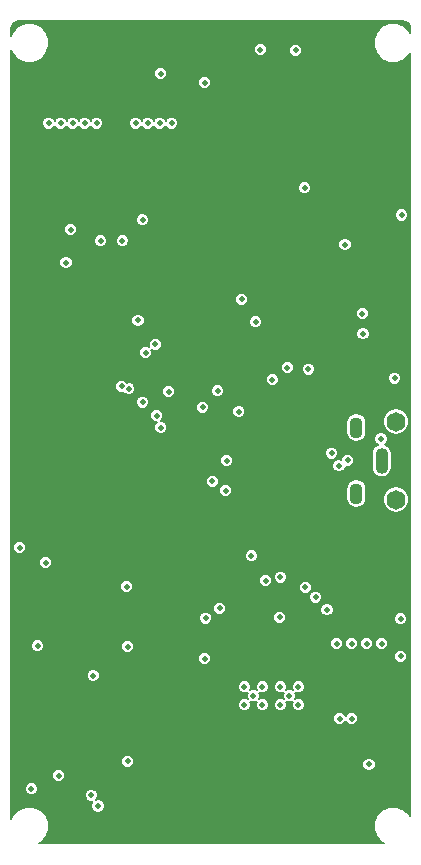
<source format=gbr>
G04 #@! TF.GenerationSoftware,KiCad,Pcbnew,(5.0.0)*
G04 #@! TF.CreationDate,2018-12-26T17:42:35-06:00*
G04 #@! TF.ProjectId,fk-sonar,666B2D736F6E61722E6B696361645F70,0.1*
G04 #@! TF.SameCoordinates,PX791ddc0PY791ddc0*
G04 #@! TF.FileFunction,Copper,L2,Inr,Plane*
G04 #@! TF.FilePolarity,Positive*
%FSLAX46Y46*%
G04 Gerber Fmt 4.6, Leading zero omitted, Abs format (unit mm)*
G04 Created by KiCad (PCBNEW (5.0.0)) date 12/26/18 17:42:35*
%MOMM*%
%LPD*%
G01*
G04 APERTURE LIST*
G04 #@! TA.AperFunction,ViaPad*
%ADD10O,1.600000X1.651000*%
G04 #@! TD*
G04 #@! TA.AperFunction,ViaPad*
%ADD11O,1.100000X1.800000*%
G04 #@! TD*
G04 #@! TA.AperFunction,ViaPad*
%ADD12O,1.100000X2.200000*%
G04 #@! TD*
G04 #@! TA.AperFunction,ViaPad*
%ADD13C,0.500000*%
G04 #@! TD*
G04 #@! TA.AperFunction,Conductor*
%ADD14C,0.203200*%
G04 #@! TD*
G04 APERTURE END LIST*
D10*
G04 #@! TO.N,*
G04 #@! TO.C,J3*
X28134500Y23878000D03*
X28134500Y30478000D03*
G04 #@! TD*
D11*
G04 #@! TO.N,Net-(C13-Pad1)*
G04 #@! TO.C,J4*
X24774000Y24378000D03*
G04 #@! TO.N,Net-(J4-Pad7)*
X24774000Y29978000D03*
D12*
G04 #@! TO.N,Net-(J4-Pad8)*
X26924000Y27178000D03*
G04 #@! TD*
D13*
G04 #@! TO.N,GND*
X9144000Y54483000D03*
X8128000Y54483000D03*
X7112000Y54483000D03*
X6096000Y54483000D03*
X2794000Y54483000D03*
X1778000Y54483000D03*
X762000Y54483000D03*
X-254000Y54483000D03*
X-1270000Y54483000D03*
X17780000Y62103000D03*
X10922000Y46736000D03*
X8128000Y63500000D03*
X-1524000Y21082000D03*
X-2540000Y32004000D03*
X14732000Y34798000D03*
X27178000Y1778000D03*
X19621500Y17145000D03*
X19621500Y14033500D03*
X20193000Y15557500D03*
X17653000Y3380000D03*
X16065500Y3380000D03*
X19304000Y3365500D03*
X21653500Y8572500D03*
X25336500Y36385500D03*
X27876500Y32575500D03*
X20193000Y33274000D03*
X2794000Y43179100D03*
X4508500Y43179100D03*
X4254500Y32321500D03*
X8318500Y33591500D03*
X5397500Y571500D03*
X-444500Y1397000D03*
X-2222500Y10223500D03*
X5461000Y10287000D03*
X12509500Y23685500D03*
X9080500Y38544500D03*
X13411776Y37658715D03*
X17653000Y42963200D03*
X14351000Y3341000D03*
X20955000Y3341000D03*
X21526500Y28511500D03*
X23685500Y25082500D03*
X17462500Y25908000D03*
X16764000Y26860500D03*
X20701000Y24320500D03*
X23812500Y46736000D03*
X23812500Y47942500D03*
X22225000Y51181000D03*
X24193500Y16446500D03*
X27368500Y19851000D03*
X13335000Y17716500D03*
X26606500Y45783500D03*
X26606500Y42418000D03*
G04 #@! TO.N,3V3*
X-1270000Y55753000D03*
X-254000Y55753000D03*
X762000Y55753000D03*
X1778000Y55753000D03*
X2794000Y55753000D03*
X6096000Y55753000D03*
X7112000Y55753000D03*
X8128000Y55753000D03*
X9144000Y55753000D03*
X16637000Y61976000D03*
X11938000Y59182000D03*
X-1524000Y18542000D03*
X18338800Y17314400D03*
X18288000Y13906500D03*
X22288500Y14541500D03*
X13208000Y14668500D03*
X25336500Y37909500D03*
X28003500Y34163000D03*
X13779500Y27178000D03*
X13716000Y24638000D03*
X12573000Y25424500D03*
X12001500Y13843000D03*
X28511500Y13779500D03*
X571500Y46736000D03*
X6667500Y47561500D03*
X190500Y43942000D03*
X6683200Y32135700D03*
X15049500Y40830500D03*
X18923000Y35052000D03*
X23812500Y45466000D03*
X17653000Y34036000D03*
X20447000Y16446500D03*
X21336000Y15621000D03*
G04 #@! TO.N,/RST*
X20383500Y50279300D03*
X28613100Y47980600D03*
G04 #@! TO.N,/RESET*
X16256000Y38929490D03*
X25273000Y39624000D03*
G04 #@! TO.N,/A1*
X6286500Y39052500D03*
X-3746500Y19812000D03*
G04 #@! TO.N,/A3*
X7747000Y37020500D03*
X8191500Y59944000D03*
G04 #@! TO.N,/MOSI*
X26924000Y11684000D03*
X8889986Y33020000D03*
G04 #@! TO.N,/SCK*
X25654000Y11684000D03*
X8225621Y29972000D03*
G04 #@! TO.N,/MISO*
X24384000Y5334000D03*
X7874000Y30988000D03*
G04 #@! TO.N,/USB-*
X23304500Y26733500D03*
G04 #@! TO.N,/USB+*
X24034921Y27202441D03*
G04 #@! TO.N,VUSB*
X26860500Y29019500D03*
G04 #@! TO.N,/D13*
X19621500Y61912500D03*
X11747500Y31686500D03*
G04 #@! TO.N,/SCL1*
X2489200Y8976200D03*
X2311402Y-1143000D03*
G04 #@! TO.N,/SDA1*
X2895600Y-2057400D03*
X-2743200Y-609600D03*
X5334000Y16510000D03*
G04 #@! TO.N,/SDA3*
X4889500Y33464500D03*
X3111500Y45783500D03*
G04 #@! TO.N,/SCL3*
X4953000Y45783500D03*
X5507574Y33255633D03*
G04 #@! TO.N,/D6_FLASH_CS*
X23368000Y5334000D03*
X14820657Y31339844D03*
G04 #@! TO.N,/PERIPH_3V3*
X19862800Y8026400D03*
X18338800Y8026400D03*
X18338800Y6502400D03*
X19862800Y6502400D03*
X19100800Y7264400D03*
X24384000Y11684000D03*
X23114000Y11684000D03*
X28511500Y10604500D03*
X25844500Y1460500D03*
G04 #@! TO.N,/D8_PERIPH_EN*
X17081500Y17018000D03*
X6921500Y36322000D03*
G04 #@! TO.N,/SENSOR_3V3*
X15290800Y8026400D03*
X16814800Y8026400D03*
X16814800Y6502400D03*
X15290800Y6502400D03*
X16052800Y7264400D03*
X11938000Y10414000D03*
X5397500Y1714500D03*
X-444500Y508000D03*
X-2222500Y11493500D03*
X5397500Y11430000D03*
G04 #@! TO.N,Net-(J3-Pad4)*
X20701000Y34925000D03*
X22669500Y27813000D03*
G04 #@! TO.N,/D7_SENSOR_EN*
X13017500Y33083500D03*
X15875000Y19113496D03*
G04 #@! TD*
D14*
G04 #@! TO.N,GND*
G36*
X28942614Y64334899D02*
X29146599Y64198599D01*
X29282899Y63994614D01*
X29338201Y63716590D01*
X29338201Y63398035D01*
X29305671Y63476569D01*
X28840169Y63942071D01*
X28231960Y64194000D01*
X27573640Y64194000D01*
X26965431Y63942071D01*
X26499929Y63476569D01*
X26248000Y62868360D01*
X26248000Y62210040D01*
X26499929Y61601831D01*
X26965431Y61136329D01*
X27573640Y60884400D01*
X28231960Y60884400D01*
X28840169Y61136329D01*
X29305671Y61601831D01*
X29338201Y61680365D01*
X29338200Y-2901963D01*
X29305671Y-2823431D01*
X28840169Y-2357929D01*
X28231960Y-2106000D01*
X27573640Y-2106000D01*
X26965431Y-2357929D01*
X26499929Y-2823431D01*
X26248000Y-3431640D01*
X26248000Y-4089960D01*
X26499929Y-4698169D01*
X26965431Y-5163671D01*
X27072933Y-5208200D01*
X-2070133Y-5208200D01*
X-1962631Y-5163671D01*
X-1497129Y-4698169D01*
X-1245200Y-4089960D01*
X-1245200Y-3431640D01*
X-1497129Y-2823431D01*
X-1962631Y-2357929D01*
X-2570840Y-2106000D01*
X-3229160Y-2106000D01*
X-3837369Y-2357929D01*
X-4302871Y-2823431D01*
X-4446200Y-3169457D01*
X-4446200Y-499243D01*
X-3298000Y-499243D01*
X-3298000Y-719957D01*
X-3213537Y-923869D01*
X-3057469Y-1079937D01*
X-2853557Y-1164400D01*
X-2632843Y-1164400D01*
X-2428931Y-1079937D01*
X-2381637Y-1032643D01*
X1756602Y-1032643D01*
X1756602Y-1253357D01*
X1841065Y-1457269D01*
X1997133Y-1613337D01*
X2201045Y-1697800D01*
X2421759Y-1697800D01*
X2505125Y-1663269D01*
X2425263Y-1743131D01*
X2340800Y-1947043D01*
X2340800Y-2167757D01*
X2425263Y-2371669D01*
X2581331Y-2527737D01*
X2785243Y-2612200D01*
X3005957Y-2612200D01*
X3209869Y-2527737D01*
X3365937Y-2371669D01*
X3450400Y-2167757D01*
X3450400Y-1947043D01*
X3365937Y-1743131D01*
X3209869Y-1587063D01*
X3005957Y-1502600D01*
X2785243Y-1502600D01*
X2701877Y-1537131D01*
X2781739Y-1457269D01*
X2866202Y-1253357D01*
X2866202Y-1032643D01*
X2781739Y-828731D01*
X2625671Y-672663D01*
X2421759Y-588200D01*
X2201045Y-588200D01*
X1997133Y-672663D01*
X1841065Y-828731D01*
X1756602Y-1032643D01*
X-2381637Y-1032643D01*
X-2272863Y-923869D01*
X-2188400Y-719957D01*
X-2188400Y-499243D01*
X-2272863Y-295331D01*
X-2428931Y-139263D01*
X-2632843Y-54800D01*
X-2853557Y-54800D01*
X-3057469Y-139263D01*
X-3213537Y-295331D01*
X-3298000Y-499243D01*
X-4446200Y-499243D01*
X-4446200Y618357D01*
X-999300Y618357D01*
X-999300Y397643D01*
X-914837Y193731D01*
X-758769Y37663D01*
X-554857Y-46800D01*
X-334143Y-46800D01*
X-130231Y37663D01*
X25837Y193731D01*
X110300Y397643D01*
X110300Y618357D01*
X25837Y822269D01*
X-130231Y978337D01*
X-334143Y1062800D01*
X-554857Y1062800D01*
X-758769Y978337D01*
X-914837Y822269D01*
X-999300Y618357D01*
X-4446200Y618357D01*
X-4446200Y1824857D01*
X4842700Y1824857D01*
X4842700Y1604143D01*
X4927163Y1400231D01*
X5083231Y1244163D01*
X5287143Y1159700D01*
X5507857Y1159700D01*
X5711769Y1244163D01*
X5867837Y1400231D01*
X5938512Y1570857D01*
X25289700Y1570857D01*
X25289700Y1350143D01*
X25374163Y1146231D01*
X25530231Y990163D01*
X25734143Y905700D01*
X25954857Y905700D01*
X26158769Y990163D01*
X26314837Y1146231D01*
X26399300Y1350143D01*
X26399300Y1570857D01*
X26314837Y1774769D01*
X26158769Y1930837D01*
X25954857Y2015300D01*
X25734143Y2015300D01*
X25530231Y1930837D01*
X25374163Y1774769D01*
X25289700Y1570857D01*
X5938512Y1570857D01*
X5952300Y1604143D01*
X5952300Y1824857D01*
X5867837Y2028769D01*
X5711769Y2184837D01*
X5507857Y2269300D01*
X5287143Y2269300D01*
X5083231Y2184837D01*
X4927163Y2028769D01*
X4842700Y1824857D01*
X-4446200Y1824857D01*
X-4446200Y5444357D01*
X22813200Y5444357D01*
X22813200Y5223643D01*
X22897663Y5019731D01*
X23053731Y4863663D01*
X23257643Y4779200D01*
X23478357Y4779200D01*
X23682269Y4863663D01*
X23838337Y5019731D01*
X23876000Y5110658D01*
X23913663Y5019731D01*
X24069731Y4863663D01*
X24273643Y4779200D01*
X24494357Y4779200D01*
X24698269Y4863663D01*
X24854337Y5019731D01*
X24938800Y5223643D01*
X24938800Y5444357D01*
X24854337Y5648269D01*
X24698269Y5804337D01*
X24494357Y5888800D01*
X24273643Y5888800D01*
X24069731Y5804337D01*
X23913663Y5648269D01*
X23876000Y5557342D01*
X23838337Y5648269D01*
X23682269Y5804337D01*
X23478357Y5888800D01*
X23257643Y5888800D01*
X23053731Y5804337D01*
X22897663Y5648269D01*
X22813200Y5444357D01*
X-4446200Y5444357D01*
X-4446200Y8136757D01*
X14736000Y8136757D01*
X14736000Y7916043D01*
X14820463Y7712131D01*
X14976531Y7556063D01*
X15180443Y7471600D01*
X15401157Y7471600D01*
X15566478Y7540078D01*
X15498000Y7374757D01*
X15498000Y7154043D01*
X15566478Y6988722D01*
X15401157Y7057200D01*
X15180443Y7057200D01*
X14976531Y6972737D01*
X14820463Y6816669D01*
X14736000Y6612757D01*
X14736000Y6392043D01*
X14820463Y6188131D01*
X14976531Y6032063D01*
X15180443Y5947600D01*
X15401157Y5947600D01*
X15605069Y6032063D01*
X15761137Y6188131D01*
X15845600Y6392043D01*
X15845600Y6612757D01*
X15777122Y6778078D01*
X15942443Y6709600D01*
X16163157Y6709600D01*
X16328478Y6778078D01*
X16260000Y6612757D01*
X16260000Y6392043D01*
X16344463Y6188131D01*
X16500531Y6032063D01*
X16704443Y5947600D01*
X16925157Y5947600D01*
X17129069Y6032063D01*
X17285137Y6188131D01*
X17369600Y6392043D01*
X17369600Y6612757D01*
X17285137Y6816669D01*
X17129069Y6972737D01*
X16925157Y7057200D01*
X16704443Y7057200D01*
X16539122Y6988722D01*
X16607600Y7154043D01*
X16607600Y7374757D01*
X16539122Y7540078D01*
X16704443Y7471600D01*
X16925157Y7471600D01*
X17129069Y7556063D01*
X17285137Y7712131D01*
X17369600Y7916043D01*
X17369600Y8136757D01*
X17784000Y8136757D01*
X17784000Y7916043D01*
X17868463Y7712131D01*
X18024531Y7556063D01*
X18228443Y7471600D01*
X18449157Y7471600D01*
X18614478Y7540078D01*
X18546000Y7374757D01*
X18546000Y7154043D01*
X18614478Y6988722D01*
X18449157Y7057200D01*
X18228443Y7057200D01*
X18024531Y6972737D01*
X17868463Y6816669D01*
X17784000Y6612757D01*
X17784000Y6392043D01*
X17868463Y6188131D01*
X18024531Y6032063D01*
X18228443Y5947600D01*
X18449157Y5947600D01*
X18653069Y6032063D01*
X18809137Y6188131D01*
X18893600Y6392043D01*
X18893600Y6612757D01*
X18825122Y6778078D01*
X18990443Y6709600D01*
X19211157Y6709600D01*
X19376478Y6778078D01*
X19308000Y6612757D01*
X19308000Y6392043D01*
X19392463Y6188131D01*
X19548531Y6032063D01*
X19752443Y5947600D01*
X19973157Y5947600D01*
X20177069Y6032063D01*
X20333137Y6188131D01*
X20417600Y6392043D01*
X20417600Y6612757D01*
X20333137Y6816669D01*
X20177069Y6972737D01*
X19973157Y7057200D01*
X19752443Y7057200D01*
X19587122Y6988722D01*
X19655600Y7154043D01*
X19655600Y7374757D01*
X19587122Y7540078D01*
X19752443Y7471600D01*
X19973157Y7471600D01*
X20177069Y7556063D01*
X20333137Y7712131D01*
X20417600Y7916043D01*
X20417600Y8136757D01*
X20333137Y8340669D01*
X20177069Y8496737D01*
X19973157Y8581200D01*
X19752443Y8581200D01*
X19548531Y8496737D01*
X19392463Y8340669D01*
X19308000Y8136757D01*
X19308000Y7916043D01*
X19376478Y7750722D01*
X19211157Y7819200D01*
X18990443Y7819200D01*
X18825122Y7750722D01*
X18893600Y7916043D01*
X18893600Y8136757D01*
X18809137Y8340669D01*
X18653069Y8496737D01*
X18449157Y8581200D01*
X18228443Y8581200D01*
X18024531Y8496737D01*
X17868463Y8340669D01*
X17784000Y8136757D01*
X17369600Y8136757D01*
X17285137Y8340669D01*
X17129069Y8496737D01*
X16925157Y8581200D01*
X16704443Y8581200D01*
X16500531Y8496737D01*
X16344463Y8340669D01*
X16260000Y8136757D01*
X16260000Y7916043D01*
X16328478Y7750722D01*
X16163157Y7819200D01*
X15942443Y7819200D01*
X15777122Y7750722D01*
X15845600Y7916043D01*
X15845600Y8136757D01*
X15761137Y8340669D01*
X15605069Y8496737D01*
X15401157Y8581200D01*
X15180443Y8581200D01*
X14976531Y8496737D01*
X14820463Y8340669D01*
X14736000Y8136757D01*
X-4446200Y8136757D01*
X-4446200Y9086557D01*
X1934400Y9086557D01*
X1934400Y8865843D01*
X2018863Y8661931D01*
X2174931Y8505863D01*
X2378843Y8421400D01*
X2599557Y8421400D01*
X2803469Y8505863D01*
X2959537Y8661931D01*
X3044000Y8865843D01*
X3044000Y9086557D01*
X2959537Y9290469D01*
X2803469Y9446537D01*
X2599557Y9531000D01*
X2378843Y9531000D01*
X2174931Y9446537D01*
X2018863Y9290469D01*
X1934400Y9086557D01*
X-4446200Y9086557D01*
X-4446200Y10524357D01*
X11383200Y10524357D01*
X11383200Y10303643D01*
X11467663Y10099731D01*
X11623731Y9943663D01*
X11827643Y9859200D01*
X12048357Y9859200D01*
X12252269Y9943663D01*
X12408337Y10099731D01*
X12492800Y10303643D01*
X12492800Y10524357D01*
X12413893Y10714857D01*
X27956700Y10714857D01*
X27956700Y10494143D01*
X28041163Y10290231D01*
X28197231Y10134163D01*
X28401143Y10049700D01*
X28621857Y10049700D01*
X28825769Y10134163D01*
X28981837Y10290231D01*
X29066300Y10494143D01*
X29066300Y10714857D01*
X28981837Y10918769D01*
X28825769Y11074837D01*
X28621857Y11159300D01*
X28401143Y11159300D01*
X28197231Y11074837D01*
X28041163Y10918769D01*
X27956700Y10714857D01*
X12413893Y10714857D01*
X12408337Y10728269D01*
X12252269Y10884337D01*
X12048357Y10968800D01*
X11827643Y10968800D01*
X11623731Y10884337D01*
X11467663Y10728269D01*
X11383200Y10524357D01*
X-4446200Y10524357D01*
X-4446200Y11603857D01*
X-2777300Y11603857D01*
X-2777300Y11383143D01*
X-2692837Y11179231D01*
X-2536769Y11023163D01*
X-2332857Y10938700D01*
X-2112143Y10938700D01*
X-1908231Y11023163D01*
X-1752163Y11179231D01*
X-1667700Y11383143D01*
X-1667700Y11540357D01*
X4842700Y11540357D01*
X4842700Y11319643D01*
X4927163Y11115731D01*
X5083231Y10959663D01*
X5287143Y10875200D01*
X5507857Y10875200D01*
X5711769Y10959663D01*
X5867837Y11115731D01*
X5952300Y11319643D01*
X5952300Y11540357D01*
X5867837Y11744269D01*
X5817749Y11794357D01*
X22559200Y11794357D01*
X22559200Y11573643D01*
X22643663Y11369731D01*
X22799731Y11213663D01*
X23003643Y11129200D01*
X23224357Y11129200D01*
X23428269Y11213663D01*
X23584337Y11369731D01*
X23668800Y11573643D01*
X23668800Y11794357D01*
X23829200Y11794357D01*
X23829200Y11573643D01*
X23913663Y11369731D01*
X24069731Y11213663D01*
X24273643Y11129200D01*
X24494357Y11129200D01*
X24698269Y11213663D01*
X24854337Y11369731D01*
X24938800Y11573643D01*
X24938800Y11794357D01*
X25099200Y11794357D01*
X25099200Y11573643D01*
X25183663Y11369731D01*
X25339731Y11213663D01*
X25543643Y11129200D01*
X25764357Y11129200D01*
X25968269Y11213663D01*
X26124337Y11369731D01*
X26208800Y11573643D01*
X26208800Y11794357D01*
X26369200Y11794357D01*
X26369200Y11573643D01*
X26453663Y11369731D01*
X26609731Y11213663D01*
X26813643Y11129200D01*
X27034357Y11129200D01*
X27238269Y11213663D01*
X27394337Y11369731D01*
X27478800Y11573643D01*
X27478800Y11794357D01*
X27394337Y11998269D01*
X27238269Y12154337D01*
X27034357Y12238800D01*
X26813643Y12238800D01*
X26609731Y12154337D01*
X26453663Y11998269D01*
X26369200Y11794357D01*
X26208800Y11794357D01*
X26124337Y11998269D01*
X25968269Y12154337D01*
X25764357Y12238800D01*
X25543643Y12238800D01*
X25339731Y12154337D01*
X25183663Y11998269D01*
X25099200Y11794357D01*
X24938800Y11794357D01*
X24854337Y11998269D01*
X24698269Y12154337D01*
X24494357Y12238800D01*
X24273643Y12238800D01*
X24069731Y12154337D01*
X23913663Y11998269D01*
X23829200Y11794357D01*
X23668800Y11794357D01*
X23584337Y11998269D01*
X23428269Y12154337D01*
X23224357Y12238800D01*
X23003643Y12238800D01*
X22799731Y12154337D01*
X22643663Y11998269D01*
X22559200Y11794357D01*
X5817749Y11794357D01*
X5711769Y11900337D01*
X5507857Y11984800D01*
X5287143Y11984800D01*
X5083231Y11900337D01*
X4927163Y11744269D01*
X4842700Y11540357D01*
X-1667700Y11540357D01*
X-1667700Y11603857D01*
X-1752163Y11807769D01*
X-1908231Y11963837D01*
X-2112143Y12048300D01*
X-2332857Y12048300D01*
X-2536769Y11963837D01*
X-2692837Y11807769D01*
X-2777300Y11603857D01*
X-4446200Y11603857D01*
X-4446200Y13953357D01*
X11446700Y13953357D01*
X11446700Y13732643D01*
X11531163Y13528731D01*
X11687231Y13372663D01*
X11891143Y13288200D01*
X12111857Y13288200D01*
X12315769Y13372663D01*
X12471837Y13528731D01*
X12556300Y13732643D01*
X12556300Y13953357D01*
X12529998Y14016857D01*
X17733200Y14016857D01*
X17733200Y13796143D01*
X17817663Y13592231D01*
X17973731Y13436163D01*
X18177643Y13351700D01*
X18398357Y13351700D01*
X18602269Y13436163D01*
X18758337Y13592231D01*
X18842800Y13796143D01*
X18842800Y13889857D01*
X27956700Y13889857D01*
X27956700Y13669143D01*
X28041163Y13465231D01*
X28197231Y13309163D01*
X28401143Y13224700D01*
X28621857Y13224700D01*
X28825769Y13309163D01*
X28981837Y13465231D01*
X29066300Y13669143D01*
X29066300Y13889857D01*
X28981837Y14093769D01*
X28825769Y14249837D01*
X28621857Y14334300D01*
X28401143Y14334300D01*
X28197231Y14249837D01*
X28041163Y14093769D01*
X27956700Y13889857D01*
X18842800Y13889857D01*
X18842800Y14016857D01*
X18758337Y14220769D01*
X18602269Y14376837D01*
X18398357Y14461300D01*
X18177643Y14461300D01*
X17973731Y14376837D01*
X17817663Y14220769D01*
X17733200Y14016857D01*
X12529998Y14016857D01*
X12471837Y14157269D01*
X12315769Y14313337D01*
X12111857Y14397800D01*
X11891143Y14397800D01*
X11687231Y14313337D01*
X11531163Y14157269D01*
X11446700Y13953357D01*
X-4446200Y13953357D01*
X-4446200Y14778857D01*
X12653200Y14778857D01*
X12653200Y14558143D01*
X12737663Y14354231D01*
X12893731Y14198163D01*
X13097643Y14113700D01*
X13318357Y14113700D01*
X13522269Y14198163D01*
X13678337Y14354231D01*
X13762800Y14558143D01*
X13762800Y14651857D01*
X21733700Y14651857D01*
X21733700Y14431143D01*
X21818163Y14227231D01*
X21974231Y14071163D01*
X22178143Y13986700D01*
X22398857Y13986700D01*
X22602769Y14071163D01*
X22758837Y14227231D01*
X22843300Y14431143D01*
X22843300Y14651857D01*
X22758837Y14855769D01*
X22602769Y15011837D01*
X22398857Y15096300D01*
X22178143Y15096300D01*
X21974231Y15011837D01*
X21818163Y14855769D01*
X21733700Y14651857D01*
X13762800Y14651857D01*
X13762800Y14778857D01*
X13678337Y14982769D01*
X13522269Y15138837D01*
X13318357Y15223300D01*
X13097643Y15223300D01*
X12893731Y15138837D01*
X12737663Y14982769D01*
X12653200Y14778857D01*
X-4446200Y14778857D01*
X-4446200Y15731357D01*
X20781200Y15731357D01*
X20781200Y15510643D01*
X20865663Y15306731D01*
X21021731Y15150663D01*
X21225643Y15066200D01*
X21446357Y15066200D01*
X21650269Y15150663D01*
X21806337Y15306731D01*
X21890800Y15510643D01*
X21890800Y15731357D01*
X21806337Y15935269D01*
X21650269Y16091337D01*
X21446357Y16175800D01*
X21225643Y16175800D01*
X21021731Y16091337D01*
X20865663Y15935269D01*
X20781200Y15731357D01*
X-4446200Y15731357D01*
X-4446200Y16620357D01*
X4779200Y16620357D01*
X4779200Y16399643D01*
X4863663Y16195731D01*
X5019731Y16039663D01*
X5223643Y15955200D01*
X5444357Y15955200D01*
X5648269Y16039663D01*
X5804337Y16195731D01*
X5888800Y16399643D01*
X5888800Y16620357D01*
X5804337Y16824269D01*
X5648269Y16980337D01*
X5444357Y17064800D01*
X5223643Y17064800D01*
X5019731Y16980337D01*
X4863663Y16824269D01*
X4779200Y16620357D01*
X-4446200Y16620357D01*
X-4446200Y17128357D01*
X16526700Y17128357D01*
X16526700Y16907643D01*
X16611163Y16703731D01*
X16767231Y16547663D01*
X16971143Y16463200D01*
X17191857Y16463200D01*
X17395769Y16547663D01*
X17404963Y16556857D01*
X19892200Y16556857D01*
X19892200Y16336143D01*
X19976663Y16132231D01*
X20132731Y15976163D01*
X20336643Y15891700D01*
X20557357Y15891700D01*
X20761269Y15976163D01*
X20917337Y16132231D01*
X21001800Y16336143D01*
X21001800Y16556857D01*
X20917337Y16760769D01*
X20761269Y16916837D01*
X20557357Y17001300D01*
X20336643Y17001300D01*
X20132731Y16916837D01*
X19976663Y16760769D01*
X19892200Y16556857D01*
X17404963Y16556857D01*
X17551837Y16703731D01*
X17636300Y16907643D01*
X17636300Y17128357D01*
X17551837Y17332269D01*
X17459349Y17424757D01*
X17784000Y17424757D01*
X17784000Y17204043D01*
X17868463Y17000131D01*
X18024531Y16844063D01*
X18228443Y16759600D01*
X18449157Y16759600D01*
X18653069Y16844063D01*
X18809137Y17000131D01*
X18893600Y17204043D01*
X18893600Y17424757D01*
X18809137Y17628669D01*
X18653069Y17784737D01*
X18449157Y17869200D01*
X18228443Y17869200D01*
X18024531Y17784737D01*
X17868463Y17628669D01*
X17784000Y17424757D01*
X17459349Y17424757D01*
X17395769Y17488337D01*
X17191857Y17572800D01*
X16971143Y17572800D01*
X16767231Y17488337D01*
X16611163Y17332269D01*
X16526700Y17128357D01*
X-4446200Y17128357D01*
X-4446200Y18652357D01*
X-2078800Y18652357D01*
X-2078800Y18431643D01*
X-1994337Y18227731D01*
X-1838269Y18071663D01*
X-1634357Y17987200D01*
X-1413643Y17987200D01*
X-1209731Y18071663D01*
X-1053663Y18227731D01*
X-969200Y18431643D01*
X-969200Y18652357D01*
X-1053663Y18856269D01*
X-1209731Y19012337D01*
X-1413643Y19096800D01*
X-1634357Y19096800D01*
X-1838269Y19012337D01*
X-1994337Y18856269D01*
X-2078800Y18652357D01*
X-4446200Y18652357D01*
X-4446200Y19223853D01*
X15320200Y19223853D01*
X15320200Y19003139D01*
X15404663Y18799227D01*
X15560731Y18643159D01*
X15764643Y18558696D01*
X15985357Y18558696D01*
X16189269Y18643159D01*
X16345337Y18799227D01*
X16429800Y19003139D01*
X16429800Y19223853D01*
X16345337Y19427765D01*
X16189269Y19583833D01*
X15985357Y19668296D01*
X15764643Y19668296D01*
X15560731Y19583833D01*
X15404663Y19427765D01*
X15320200Y19223853D01*
X-4446200Y19223853D01*
X-4446200Y19922357D01*
X-4301300Y19922357D01*
X-4301300Y19701643D01*
X-4216837Y19497731D01*
X-4060769Y19341663D01*
X-3856857Y19257200D01*
X-3636143Y19257200D01*
X-3432231Y19341663D01*
X-3276163Y19497731D01*
X-3191700Y19701643D01*
X-3191700Y19922357D01*
X-3276163Y20126269D01*
X-3432231Y20282337D01*
X-3636143Y20366800D01*
X-3856857Y20366800D01*
X-4060769Y20282337D01*
X-4216837Y20126269D01*
X-4301300Y19922357D01*
X-4446200Y19922357D01*
X-4446200Y24748357D01*
X13161200Y24748357D01*
X13161200Y24527643D01*
X13245663Y24323731D01*
X13401731Y24167663D01*
X13605643Y24083200D01*
X13826357Y24083200D01*
X14030269Y24167663D01*
X14186337Y24323731D01*
X14270800Y24527643D01*
X14270800Y24748357D01*
X14244361Y24812187D01*
X23919200Y24812187D01*
X23919200Y23943812D01*
X23968797Y23694474D01*
X24157725Y23411724D01*
X24440475Y23222796D01*
X24774000Y23156454D01*
X25107526Y23222796D01*
X25390276Y23411724D01*
X25579204Y23694474D01*
X25628800Y23943812D01*
X25628800Y24012312D01*
X27029700Y24012312D01*
X27029700Y23743689D01*
X27093801Y23421430D01*
X27337984Y23055984D01*
X27703429Y22811801D01*
X28134500Y22726056D01*
X28565570Y22811801D01*
X28931016Y23055984D01*
X29175199Y23421429D01*
X29239300Y23743688D01*
X29239300Y24012311D01*
X29175199Y24334570D01*
X28931016Y24700016D01*
X28565571Y24944199D01*
X28134500Y25029944D01*
X27703430Y24944199D01*
X27337984Y24700016D01*
X27093801Y24334571D01*
X27029700Y24012312D01*
X25628800Y24012312D01*
X25628800Y24812188D01*
X25579204Y25061526D01*
X25390276Y25344276D01*
X25107525Y25533204D01*
X24774000Y25599546D01*
X24440474Y25533204D01*
X24157724Y25344276D01*
X23968796Y25061525D01*
X23919200Y24812187D01*
X14244361Y24812187D01*
X14186337Y24952269D01*
X14030269Y25108337D01*
X13826357Y25192800D01*
X13605643Y25192800D01*
X13401731Y25108337D01*
X13245663Y24952269D01*
X13161200Y24748357D01*
X-4446200Y24748357D01*
X-4446200Y25534857D01*
X12018200Y25534857D01*
X12018200Y25314143D01*
X12102663Y25110231D01*
X12258731Y24954163D01*
X12462643Y24869700D01*
X12683357Y24869700D01*
X12887269Y24954163D01*
X13043337Y25110231D01*
X13127800Y25314143D01*
X13127800Y25534857D01*
X13043337Y25738769D01*
X12887269Y25894837D01*
X12683357Y25979300D01*
X12462643Y25979300D01*
X12258731Y25894837D01*
X12102663Y25738769D01*
X12018200Y25534857D01*
X-4446200Y25534857D01*
X-4446200Y27288357D01*
X13224700Y27288357D01*
X13224700Y27067643D01*
X13309163Y26863731D01*
X13465231Y26707663D01*
X13669143Y26623200D01*
X13889857Y26623200D01*
X14093769Y26707663D01*
X14229963Y26843857D01*
X22749700Y26843857D01*
X22749700Y26623143D01*
X22834163Y26419231D01*
X22990231Y26263163D01*
X23194143Y26178700D01*
X23414857Y26178700D01*
X23618769Y26263163D01*
X23774837Y26419231D01*
X23859300Y26623143D01*
X23859300Y26674674D01*
X23924564Y26647641D01*
X24145278Y26647641D01*
X24349190Y26732104D01*
X24505258Y26888172D01*
X24589721Y27092084D01*
X24589721Y27312798D01*
X24505258Y27516710D01*
X24349190Y27672778D01*
X24145278Y27757241D01*
X23924564Y27757241D01*
X23720652Y27672778D01*
X23564584Y27516710D01*
X23480121Y27312798D01*
X23480121Y27261267D01*
X23414857Y27288300D01*
X23194143Y27288300D01*
X22990231Y27203837D01*
X22834163Y27047769D01*
X22749700Y26843857D01*
X14229963Y26843857D01*
X14249837Y26863731D01*
X14334300Y27067643D01*
X14334300Y27288357D01*
X14249837Y27492269D01*
X14093769Y27648337D01*
X13889857Y27732800D01*
X13669143Y27732800D01*
X13465231Y27648337D01*
X13309163Y27492269D01*
X13224700Y27288357D01*
X-4446200Y27288357D01*
X-4446200Y27923357D01*
X22114700Y27923357D01*
X22114700Y27702643D01*
X22199163Y27498731D01*
X22355231Y27342663D01*
X22559143Y27258200D01*
X22779857Y27258200D01*
X22983769Y27342663D01*
X23139837Y27498731D01*
X23224300Y27702643D01*
X23224300Y27812187D01*
X26069200Y27812187D01*
X26069201Y26543812D01*
X26118797Y26294474D01*
X26307725Y26011724D01*
X26590475Y25822796D01*
X26924000Y25756454D01*
X27257526Y25822796D01*
X27540276Y26011724D01*
X27729204Y26294474D01*
X27778800Y26543812D01*
X27778800Y27812188D01*
X27729204Y28061526D01*
X27540276Y28344276D01*
X27257525Y28533204D01*
X27175188Y28549582D01*
X27330837Y28705231D01*
X27415300Y28909143D01*
X27415300Y29129857D01*
X27330837Y29333769D01*
X27174769Y29489837D01*
X26970857Y29574300D01*
X26750143Y29574300D01*
X26546231Y29489837D01*
X26390163Y29333769D01*
X26305700Y29129857D01*
X26305700Y28909143D01*
X26390163Y28705231D01*
X26546231Y28549163D01*
X26588287Y28531743D01*
X26307724Y28344276D01*
X26118796Y28061525D01*
X26069200Y27812187D01*
X23224300Y27812187D01*
X23224300Y27923357D01*
X23139837Y28127269D01*
X22983769Y28283337D01*
X22779857Y28367800D01*
X22559143Y28367800D01*
X22355231Y28283337D01*
X22199163Y28127269D01*
X22114700Y27923357D01*
X-4446200Y27923357D01*
X-4446200Y31098357D01*
X7319200Y31098357D01*
X7319200Y30877643D01*
X7403663Y30673731D01*
X7559731Y30517663D01*
X7763643Y30433200D01*
X7902215Y30433200D01*
X7755284Y30286269D01*
X7670821Y30082357D01*
X7670821Y29861643D01*
X7755284Y29657731D01*
X7911352Y29501663D01*
X8115264Y29417200D01*
X8335978Y29417200D01*
X8539890Y29501663D01*
X8695958Y29657731D01*
X8780421Y29861643D01*
X8780421Y30082357D01*
X8695958Y30286269D01*
X8570040Y30412187D01*
X23919200Y30412187D01*
X23919200Y29543812D01*
X23968797Y29294474D01*
X24157725Y29011724D01*
X24440475Y28822796D01*
X24774000Y28756454D01*
X25107526Y28822796D01*
X25390276Y29011724D01*
X25579204Y29294474D01*
X25628800Y29543812D01*
X25628800Y30412188D01*
X25588994Y30612312D01*
X27029700Y30612312D01*
X27029700Y30343689D01*
X27093801Y30021430D01*
X27337984Y29655984D01*
X27703429Y29411801D01*
X28134500Y29326056D01*
X28565570Y29411801D01*
X28931016Y29655984D01*
X29175199Y30021429D01*
X29239300Y30343688D01*
X29239300Y30612311D01*
X29175199Y30934570D01*
X28931016Y31300016D01*
X28565571Y31544199D01*
X28134500Y31629944D01*
X27703430Y31544199D01*
X27337984Y31300016D01*
X27093801Y30934571D01*
X27029700Y30612312D01*
X25588994Y30612312D01*
X25579204Y30661526D01*
X25390276Y30944276D01*
X25107525Y31133204D01*
X24774000Y31199546D01*
X24440474Y31133204D01*
X24157724Y30944276D01*
X23968796Y30661525D01*
X23919200Y30412187D01*
X8570040Y30412187D01*
X8539890Y30442337D01*
X8335978Y30526800D01*
X8197406Y30526800D01*
X8344337Y30673731D01*
X8428800Y30877643D01*
X8428800Y31098357D01*
X8344337Y31302269D01*
X8188269Y31458337D01*
X7984357Y31542800D01*
X7763643Y31542800D01*
X7559731Y31458337D01*
X7403663Y31302269D01*
X7319200Y31098357D01*
X-4446200Y31098357D01*
X-4446200Y32246057D01*
X6128400Y32246057D01*
X6128400Y32025343D01*
X6212863Y31821431D01*
X6368931Y31665363D01*
X6572843Y31580900D01*
X6793557Y31580900D01*
X6997469Y31665363D01*
X7128963Y31796857D01*
X11192700Y31796857D01*
X11192700Y31576143D01*
X11277163Y31372231D01*
X11433231Y31216163D01*
X11637143Y31131700D01*
X11857857Y31131700D01*
X12061769Y31216163D01*
X12217837Y31372231D01*
X12250133Y31450201D01*
X14265857Y31450201D01*
X14265857Y31229487D01*
X14350320Y31025575D01*
X14506388Y30869507D01*
X14710300Y30785044D01*
X14931014Y30785044D01*
X15134926Y30869507D01*
X15290994Y31025575D01*
X15375457Y31229487D01*
X15375457Y31450201D01*
X15290994Y31654113D01*
X15134926Y31810181D01*
X14931014Y31894644D01*
X14710300Y31894644D01*
X14506388Y31810181D01*
X14350320Y31654113D01*
X14265857Y31450201D01*
X12250133Y31450201D01*
X12302300Y31576143D01*
X12302300Y31796857D01*
X12217837Y32000769D01*
X12061769Y32156837D01*
X11857857Y32241300D01*
X11637143Y32241300D01*
X11433231Y32156837D01*
X11277163Y32000769D01*
X11192700Y31796857D01*
X7128963Y31796857D01*
X7153537Y31821431D01*
X7238000Y32025343D01*
X7238000Y32246057D01*
X7153537Y32449969D01*
X6997469Y32606037D01*
X6793557Y32690500D01*
X6572843Y32690500D01*
X6368931Y32606037D01*
X6212863Y32449969D01*
X6128400Y32246057D01*
X-4446200Y32246057D01*
X-4446200Y33574857D01*
X4334700Y33574857D01*
X4334700Y33354143D01*
X4419163Y33150231D01*
X4575231Y32994163D01*
X4779143Y32909700D01*
X4999857Y32909700D01*
X5048679Y32929922D01*
X5193305Y32785296D01*
X5397217Y32700833D01*
X5617931Y32700833D01*
X5821843Y32785296D01*
X5977911Y32941364D01*
X6056194Y33130357D01*
X8335186Y33130357D01*
X8335186Y32909643D01*
X8419649Y32705731D01*
X8575717Y32549663D01*
X8779629Y32465200D01*
X9000343Y32465200D01*
X9204255Y32549663D01*
X9360323Y32705731D01*
X9444786Y32909643D01*
X9444786Y33130357D01*
X9418484Y33193857D01*
X12462700Y33193857D01*
X12462700Y32973143D01*
X12547163Y32769231D01*
X12703231Y32613163D01*
X12907143Y32528700D01*
X13127857Y32528700D01*
X13331769Y32613163D01*
X13487837Y32769231D01*
X13572300Y32973143D01*
X13572300Y33193857D01*
X13487837Y33397769D01*
X13331769Y33553837D01*
X13127857Y33638300D01*
X12907143Y33638300D01*
X12703231Y33553837D01*
X12547163Y33397769D01*
X12462700Y33193857D01*
X9418484Y33193857D01*
X9360323Y33334269D01*
X9204255Y33490337D01*
X9000343Y33574800D01*
X8779629Y33574800D01*
X8575717Y33490337D01*
X8419649Y33334269D01*
X8335186Y33130357D01*
X6056194Y33130357D01*
X6062374Y33145276D01*
X6062374Y33365990D01*
X5977911Y33569902D01*
X5821843Y33725970D01*
X5617931Y33810433D01*
X5397217Y33810433D01*
X5348395Y33790211D01*
X5203769Y33934837D01*
X4999857Y34019300D01*
X4779143Y34019300D01*
X4575231Y33934837D01*
X4419163Y33778769D01*
X4334700Y33574857D01*
X-4446200Y33574857D01*
X-4446200Y34146357D01*
X17098200Y34146357D01*
X17098200Y33925643D01*
X17182663Y33721731D01*
X17338731Y33565663D01*
X17542643Y33481200D01*
X17763357Y33481200D01*
X17967269Y33565663D01*
X18123337Y33721731D01*
X18207800Y33925643D01*
X18207800Y34146357D01*
X18155195Y34273357D01*
X27448700Y34273357D01*
X27448700Y34052643D01*
X27533163Y33848731D01*
X27689231Y33692663D01*
X27893143Y33608200D01*
X28113857Y33608200D01*
X28317769Y33692663D01*
X28473837Y33848731D01*
X28558300Y34052643D01*
X28558300Y34273357D01*
X28473837Y34477269D01*
X28317769Y34633337D01*
X28113857Y34717800D01*
X27893143Y34717800D01*
X27689231Y34633337D01*
X27533163Y34477269D01*
X27448700Y34273357D01*
X18155195Y34273357D01*
X18123337Y34350269D01*
X17967269Y34506337D01*
X17763357Y34590800D01*
X17542643Y34590800D01*
X17338731Y34506337D01*
X17182663Y34350269D01*
X17098200Y34146357D01*
X-4446200Y34146357D01*
X-4446200Y35162357D01*
X18368200Y35162357D01*
X18368200Y34941643D01*
X18452663Y34737731D01*
X18608731Y34581663D01*
X18812643Y34497200D01*
X19033357Y34497200D01*
X19237269Y34581663D01*
X19393337Y34737731D01*
X19477800Y34941643D01*
X19477800Y35035357D01*
X20146200Y35035357D01*
X20146200Y34814643D01*
X20230663Y34610731D01*
X20386731Y34454663D01*
X20590643Y34370200D01*
X20811357Y34370200D01*
X21015269Y34454663D01*
X21171337Y34610731D01*
X21255800Y34814643D01*
X21255800Y35035357D01*
X21171337Y35239269D01*
X21015269Y35395337D01*
X20811357Y35479800D01*
X20590643Y35479800D01*
X20386731Y35395337D01*
X20230663Y35239269D01*
X20146200Y35035357D01*
X19477800Y35035357D01*
X19477800Y35162357D01*
X19393337Y35366269D01*
X19237269Y35522337D01*
X19033357Y35606800D01*
X18812643Y35606800D01*
X18608731Y35522337D01*
X18452663Y35366269D01*
X18368200Y35162357D01*
X-4446200Y35162357D01*
X-4446200Y36432357D01*
X6366700Y36432357D01*
X6366700Y36211643D01*
X6451163Y36007731D01*
X6607231Y35851663D01*
X6811143Y35767200D01*
X7031857Y35767200D01*
X7235769Y35851663D01*
X7391837Y36007731D01*
X7476300Y36211643D01*
X7476300Y36432357D01*
X7423807Y36559087D01*
X7432731Y36550163D01*
X7636643Y36465700D01*
X7857357Y36465700D01*
X8061269Y36550163D01*
X8217337Y36706231D01*
X8301800Y36910143D01*
X8301800Y37130857D01*
X8217337Y37334769D01*
X8061269Y37490837D01*
X7857357Y37575300D01*
X7636643Y37575300D01*
X7432731Y37490837D01*
X7276663Y37334769D01*
X7192200Y37130857D01*
X7192200Y36910143D01*
X7244693Y36783413D01*
X7235769Y36792337D01*
X7031857Y36876800D01*
X6811143Y36876800D01*
X6607231Y36792337D01*
X6451163Y36636269D01*
X6366700Y36432357D01*
X-4446200Y36432357D01*
X-4446200Y38019857D01*
X24781700Y38019857D01*
X24781700Y37799143D01*
X24866163Y37595231D01*
X25022231Y37439163D01*
X25226143Y37354700D01*
X25446857Y37354700D01*
X25650769Y37439163D01*
X25806837Y37595231D01*
X25891300Y37799143D01*
X25891300Y38019857D01*
X25806837Y38223769D01*
X25650769Y38379837D01*
X25446857Y38464300D01*
X25226143Y38464300D01*
X25022231Y38379837D01*
X24866163Y38223769D01*
X24781700Y38019857D01*
X-4446200Y38019857D01*
X-4446200Y39162857D01*
X5731700Y39162857D01*
X5731700Y38942143D01*
X5816163Y38738231D01*
X5972231Y38582163D01*
X6176143Y38497700D01*
X6396857Y38497700D01*
X6600769Y38582163D01*
X6756837Y38738231D01*
X6841300Y38942143D01*
X6841300Y39039847D01*
X15701200Y39039847D01*
X15701200Y38819133D01*
X15785663Y38615221D01*
X15941731Y38459153D01*
X16145643Y38374690D01*
X16366357Y38374690D01*
X16570269Y38459153D01*
X16726337Y38615221D01*
X16810800Y38819133D01*
X16810800Y39039847D01*
X16726337Y39243759D01*
X16570269Y39399827D01*
X16366357Y39484290D01*
X16145643Y39484290D01*
X15941731Y39399827D01*
X15785663Y39243759D01*
X15701200Y39039847D01*
X6841300Y39039847D01*
X6841300Y39162857D01*
X6756837Y39366769D01*
X6600769Y39522837D01*
X6396857Y39607300D01*
X6176143Y39607300D01*
X5972231Y39522837D01*
X5816163Y39366769D01*
X5731700Y39162857D01*
X-4446200Y39162857D01*
X-4446200Y39734357D01*
X24718200Y39734357D01*
X24718200Y39513643D01*
X24802663Y39309731D01*
X24958731Y39153663D01*
X25162643Y39069200D01*
X25383357Y39069200D01*
X25587269Y39153663D01*
X25743337Y39309731D01*
X25827800Y39513643D01*
X25827800Y39734357D01*
X25743337Y39938269D01*
X25587269Y40094337D01*
X25383357Y40178800D01*
X25162643Y40178800D01*
X24958731Y40094337D01*
X24802663Y39938269D01*
X24718200Y39734357D01*
X-4446200Y39734357D01*
X-4446200Y40940857D01*
X14494700Y40940857D01*
X14494700Y40720143D01*
X14579163Y40516231D01*
X14735231Y40360163D01*
X14939143Y40275700D01*
X15159857Y40275700D01*
X15363769Y40360163D01*
X15519837Y40516231D01*
X15604300Y40720143D01*
X15604300Y40940857D01*
X15519837Y41144769D01*
X15363769Y41300837D01*
X15159857Y41385300D01*
X14939143Y41385300D01*
X14735231Y41300837D01*
X14579163Y41144769D01*
X14494700Y40940857D01*
X-4446200Y40940857D01*
X-4446200Y44052357D01*
X-364300Y44052357D01*
X-364300Y43831643D01*
X-279837Y43627731D01*
X-123769Y43471663D01*
X80143Y43387200D01*
X300857Y43387200D01*
X504769Y43471663D01*
X660837Y43627731D01*
X745300Y43831643D01*
X745300Y44052357D01*
X660837Y44256269D01*
X504769Y44412337D01*
X300857Y44496800D01*
X80143Y44496800D01*
X-123769Y44412337D01*
X-279837Y44256269D01*
X-364300Y44052357D01*
X-4446200Y44052357D01*
X-4446200Y45893857D01*
X2556700Y45893857D01*
X2556700Y45673143D01*
X2641163Y45469231D01*
X2797231Y45313163D01*
X3001143Y45228700D01*
X3221857Y45228700D01*
X3425769Y45313163D01*
X3581837Y45469231D01*
X3666300Y45673143D01*
X3666300Y45893857D01*
X4398200Y45893857D01*
X4398200Y45673143D01*
X4482663Y45469231D01*
X4638731Y45313163D01*
X4842643Y45228700D01*
X5063357Y45228700D01*
X5267269Y45313163D01*
X5423337Y45469231D01*
X5467709Y45576357D01*
X23257700Y45576357D01*
X23257700Y45355643D01*
X23342163Y45151731D01*
X23498231Y44995663D01*
X23702143Y44911200D01*
X23922857Y44911200D01*
X24126769Y44995663D01*
X24282837Y45151731D01*
X24367300Y45355643D01*
X24367300Y45576357D01*
X24282837Y45780269D01*
X24126769Y45936337D01*
X23922857Y46020800D01*
X23702143Y46020800D01*
X23498231Y45936337D01*
X23342163Y45780269D01*
X23257700Y45576357D01*
X5467709Y45576357D01*
X5507800Y45673143D01*
X5507800Y45893857D01*
X5423337Y46097769D01*
X5267269Y46253837D01*
X5063357Y46338300D01*
X4842643Y46338300D01*
X4638731Y46253837D01*
X4482663Y46097769D01*
X4398200Y45893857D01*
X3666300Y45893857D01*
X3581837Y46097769D01*
X3425769Y46253837D01*
X3221857Y46338300D01*
X3001143Y46338300D01*
X2797231Y46253837D01*
X2641163Y46097769D01*
X2556700Y45893857D01*
X-4446200Y45893857D01*
X-4446200Y46846357D01*
X16700Y46846357D01*
X16700Y46625643D01*
X101163Y46421731D01*
X257231Y46265663D01*
X461143Y46181200D01*
X681857Y46181200D01*
X885769Y46265663D01*
X1041837Y46421731D01*
X1126300Y46625643D01*
X1126300Y46846357D01*
X1041837Y47050269D01*
X885769Y47206337D01*
X681857Y47290800D01*
X461143Y47290800D01*
X257231Y47206337D01*
X101163Y47050269D01*
X16700Y46846357D01*
X-4446200Y46846357D01*
X-4446200Y47671857D01*
X6112700Y47671857D01*
X6112700Y47451143D01*
X6197163Y47247231D01*
X6353231Y47091163D01*
X6557143Y47006700D01*
X6777857Y47006700D01*
X6981769Y47091163D01*
X7137837Y47247231D01*
X7222300Y47451143D01*
X7222300Y47671857D01*
X7137837Y47875769D01*
X6981769Y48031837D01*
X6839041Y48090957D01*
X28058300Y48090957D01*
X28058300Y47870243D01*
X28142763Y47666331D01*
X28298831Y47510263D01*
X28502743Y47425800D01*
X28723457Y47425800D01*
X28927369Y47510263D01*
X29083437Y47666331D01*
X29167900Y47870243D01*
X29167900Y48090957D01*
X29083437Y48294869D01*
X28927369Y48450937D01*
X28723457Y48535400D01*
X28502743Y48535400D01*
X28298831Y48450937D01*
X28142763Y48294869D01*
X28058300Y48090957D01*
X6839041Y48090957D01*
X6777857Y48116300D01*
X6557143Y48116300D01*
X6353231Y48031837D01*
X6197163Y47875769D01*
X6112700Y47671857D01*
X-4446200Y47671857D01*
X-4446200Y50389657D01*
X19828700Y50389657D01*
X19828700Y50168943D01*
X19913163Y49965031D01*
X20069231Y49808963D01*
X20273143Y49724500D01*
X20493857Y49724500D01*
X20697769Y49808963D01*
X20853837Y49965031D01*
X20938300Y50168943D01*
X20938300Y50389657D01*
X20853837Y50593569D01*
X20697769Y50749637D01*
X20493857Y50834100D01*
X20273143Y50834100D01*
X20069231Y50749637D01*
X19913163Y50593569D01*
X19828700Y50389657D01*
X-4446200Y50389657D01*
X-4446200Y55863357D01*
X-1824800Y55863357D01*
X-1824800Y55642643D01*
X-1740337Y55438731D01*
X-1584269Y55282663D01*
X-1380357Y55198200D01*
X-1159643Y55198200D01*
X-955731Y55282663D01*
X-799663Y55438731D01*
X-762000Y55529658D01*
X-724337Y55438731D01*
X-568269Y55282663D01*
X-364357Y55198200D01*
X-143643Y55198200D01*
X60269Y55282663D01*
X216337Y55438731D01*
X254000Y55529658D01*
X291663Y55438731D01*
X447731Y55282663D01*
X651643Y55198200D01*
X872357Y55198200D01*
X1076269Y55282663D01*
X1232337Y55438731D01*
X1270000Y55529658D01*
X1307663Y55438731D01*
X1463731Y55282663D01*
X1667643Y55198200D01*
X1888357Y55198200D01*
X2092269Y55282663D01*
X2248337Y55438731D01*
X2286000Y55529658D01*
X2323663Y55438731D01*
X2479731Y55282663D01*
X2683643Y55198200D01*
X2904357Y55198200D01*
X3108269Y55282663D01*
X3264337Y55438731D01*
X3348800Y55642643D01*
X3348800Y55863357D01*
X5541200Y55863357D01*
X5541200Y55642643D01*
X5625663Y55438731D01*
X5781731Y55282663D01*
X5985643Y55198200D01*
X6206357Y55198200D01*
X6410269Y55282663D01*
X6566337Y55438731D01*
X6604000Y55529658D01*
X6641663Y55438731D01*
X6797731Y55282663D01*
X7001643Y55198200D01*
X7222357Y55198200D01*
X7426269Y55282663D01*
X7582337Y55438731D01*
X7620000Y55529658D01*
X7657663Y55438731D01*
X7813731Y55282663D01*
X8017643Y55198200D01*
X8238357Y55198200D01*
X8442269Y55282663D01*
X8598337Y55438731D01*
X8636000Y55529658D01*
X8673663Y55438731D01*
X8829731Y55282663D01*
X9033643Y55198200D01*
X9254357Y55198200D01*
X9458269Y55282663D01*
X9614337Y55438731D01*
X9698800Y55642643D01*
X9698800Y55863357D01*
X9614337Y56067269D01*
X9458269Y56223337D01*
X9254357Y56307800D01*
X9033643Y56307800D01*
X8829731Y56223337D01*
X8673663Y56067269D01*
X8636000Y55976342D01*
X8598337Y56067269D01*
X8442269Y56223337D01*
X8238357Y56307800D01*
X8017643Y56307800D01*
X7813731Y56223337D01*
X7657663Y56067269D01*
X7620000Y55976342D01*
X7582337Y56067269D01*
X7426269Y56223337D01*
X7222357Y56307800D01*
X7001643Y56307800D01*
X6797731Y56223337D01*
X6641663Y56067269D01*
X6604000Y55976342D01*
X6566337Y56067269D01*
X6410269Y56223337D01*
X6206357Y56307800D01*
X5985643Y56307800D01*
X5781731Y56223337D01*
X5625663Y56067269D01*
X5541200Y55863357D01*
X3348800Y55863357D01*
X3264337Y56067269D01*
X3108269Y56223337D01*
X2904357Y56307800D01*
X2683643Y56307800D01*
X2479731Y56223337D01*
X2323663Y56067269D01*
X2286000Y55976342D01*
X2248337Y56067269D01*
X2092269Y56223337D01*
X1888357Y56307800D01*
X1667643Y56307800D01*
X1463731Y56223337D01*
X1307663Y56067269D01*
X1270000Y55976342D01*
X1232337Y56067269D01*
X1076269Y56223337D01*
X872357Y56307800D01*
X651643Y56307800D01*
X447731Y56223337D01*
X291663Y56067269D01*
X254000Y55976342D01*
X216337Y56067269D01*
X60269Y56223337D01*
X-143643Y56307800D01*
X-364357Y56307800D01*
X-568269Y56223337D01*
X-724337Y56067269D01*
X-762000Y55976342D01*
X-799663Y56067269D01*
X-955731Y56223337D01*
X-1159643Y56307800D01*
X-1380357Y56307800D01*
X-1584269Y56223337D01*
X-1740337Y56067269D01*
X-1824800Y55863357D01*
X-4446200Y55863357D01*
X-4446200Y59292357D01*
X11383200Y59292357D01*
X11383200Y59071643D01*
X11467663Y58867731D01*
X11623731Y58711663D01*
X11827643Y58627200D01*
X12048357Y58627200D01*
X12252269Y58711663D01*
X12408337Y58867731D01*
X12492800Y59071643D01*
X12492800Y59292357D01*
X12408337Y59496269D01*
X12252269Y59652337D01*
X12048357Y59736800D01*
X11827643Y59736800D01*
X11623731Y59652337D01*
X11467663Y59496269D01*
X11383200Y59292357D01*
X-4446200Y59292357D01*
X-4446200Y60054357D01*
X7636700Y60054357D01*
X7636700Y59833643D01*
X7721163Y59629731D01*
X7877231Y59473663D01*
X8081143Y59389200D01*
X8301857Y59389200D01*
X8505769Y59473663D01*
X8661837Y59629731D01*
X8746300Y59833643D01*
X8746300Y60054357D01*
X8661837Y60258269D01*
X8505769Y60414337D01*
X8301857Y60498800D01*
X8081143Y60498800D01*
X7877231Y60414337D01*
X7721163Y60258269D01*
X7636700Y60054357D01*
X-4446200Y60054357D01*
X-4446200Y61947857D01*
X-4302871Y61601831D01*
X-3837369Y61136329D01*
X-3229160Y60884400D01*
X-2570840Y60884400D01*
X-1962631Y61136329D01*
X-1497129Y61601831D01*
X-1296432Y62086357D01*
X16082200Y62086357D01*
X16082200Y61865643D01*
X16166663Y61661731D01*
X16322731Y61505663D01*
X16526643Y61421200D01*
X16747357Y61421200D01*
X16951269Y61505663D01*
X17107337Y61661731D01*
X17191800Y61865643D01*
X17191800Y62022857D01*
X19066700Y62022857D01*
X19066700Y61802143D01*
X19151163Y61598231D01*
X19307231Y61442163D01*
X19511143Y61357700D01*
X19731857Y61357700D01*
X19935769Y61442163D01*
X20091837Y61598231D01*
X20176300Y61802143D01*
X20176300Y62022857D01*
X20091837Y62226769D01*
X19935769Y62382837D01*
X19731857Y62467300D01*
X19511143Y62467300D01*
X19307231Y62382837D01*
X19151163Y62226769D01*
X19066700Y62022857D01*
X17191800Y62022857D01*
X17191800Y62086357D01*
X17107337Y62290269D01*
X16951269Y62446337D01*
X16747357Y62530800D01*
X16526643Y62530800D01*
X16322731Y62446337D01*
X16166663Y62290269D01*
X16082200Y62086357D01*
X-1296432Y62086357D01*
X-1245200Y62210040D01*
X-1245200Y62868360D01*
X-1497129Y63476569D01*
X-1962631Y63942071D01*
X-2570840Y64194000D01*
X-3229160Y64194000D01*
X-3837369Y63942071D01*
X-4302871Y63476569D01*
X-4446200Y63130543D01*
X-4446200Y63716595D01*
X-4390899Y63994614D01*
X-4254599Y64198599D01*
X-4050614Y64334899D01*
X-3772595Y64390200D01*
X28664595Y64390200D01*
X28942614Y64334899D01*
X28942614Y64334899D01*
G37*
X28942614Y64334899D02*
X29146599Y64198599D01*
X29282899Y63994614D01*
X29338201Y63716590D01*
X29338201Y63398035D01*
X29305671Y63476569D01*
X28840169Y63942071D01*
X28231960Y64194000D01*
X27573640Y64194000D01*
X26965431Y63942071D01*
X26499929Y63476569D01*
X26248000Y62868360D01*
X26248000Y62210040D01*
X26499929Y61601831D01*
X26965431Y61136329D01*
X27573640Y60884400D01*
X28231960Y60884400D01*
X28840169Y61136329D01*
X29305671Y61601831D01*
X29338201Y61680365D01*
X29338200Y-2901963D01*
X29305671Y-2823431D01*
X28840169Y-2357929D01*
X28231960Y-2106000D01*
X27573640Y-2106000D01*
X26965431Y-2357929D01*
X26499929Y-2823431D01*
X26248000Y-3431640D01*
X26248000Y-4089960D01*
X26499929Y-4698169D01*
X26965431Y-5163671D01*
X27072933Y-5208200D01*
X-2070133Y-5208200D01*
X-1962631Y-5163671D01*
X-1497129Y-4698169D01*
X-1245200Y-4089960D01*
X-1245200Y-3431640D01*
X-1497129Y-2823431D01*
X-1962631Y-2357929D01*
X-2570840Y-2106000D01*
X-3229160Y-2106000D01*
X-3837369Y-2357929D01*
X-4302871Y-2823431D01*
X-4446200Y-3169457D01*
X-4446200Y-499243D01*
X-3298000Y-499243D01*
X-3298000Y-719957D01*
X-3213537Y-923869D01*
X-3057469Y-1079937D01*
X-2853557Y-1164400D01*
X-2632843Y-1164400D01*
X-2428931Y-1079937D01*
X-2381637Y-1032643D01*
X1756602Y-1032643D01*
X1756602Y-1253357D01*
X1841065Y-1457269D01*
X1997133Y-1613337D01*
X2201045Y-1697800D01*
X2421759Y-1697800D01*
X2505125Y-1663269D01*
X2425263Y-1743131D01*
X2340800Y-1947043D01*
X2340800Y-2167757D01*
X2425263Y-2371669D01*
X2581331Y-2527737D01*
X2785243Y-2612200D01*
X3005957Y-2612200D01*
X3209869Y-2527737D01*
X3365937Y-2371669D01*
X3450400Y-2167757D01*
X3450400Y-1947043D01*
X3365937Y-1743131D01*
X3209869Y-1587063D01*
X3005957Y-1502600D01*
X2785243Y-1502600D01*
X2701877Y-1537131D01*
X2781739Y-1457269D01*
X2866202Y-1253357D01*
X2866202Y-1032643D01*
X2781739Y-828731D01*
X2625671Y-672663D01*
X2421759Y-588200D01*
X2201045Y-588200D01*
X1997133Y-672663D01*
X1841065Y-828731D01*
X1756602Y-1032643D01*
X-2381637Y-1032643D01*
X-2272863Y-923869D01*
X-2188400Y-719957D01*
X-2188400Y-499243D01*
X-2272863Y-295331D01*
X-2428931Y-139263D01*
X-2632843Y-54800D01*
X-2853557Y-54800D01*
X-3057469Y-139263D01*
X-3213537Y-295331D01*
X-3298000Y-499243D01*
X-4446200Y-499243D01*
X-4446200Y618357D01*
X-999300Y618357D01*
X-999300Y397643D01*
X-914837Y193731D01*
X-758769Y37663D01*
X-554857Y-46800D01*
X-334143Y-46800D01*
X-130231Y37663D01*
X25837Y193731D01*
X110300Y397643D01*
X110300Y618357D01*
X25837Y822269D01*
X-130231Y978337D01*
X-334143Y1062800D01*
X-554857Y1062800D01*
X-758769Y978337D01*
X-914837Y822269D01*
X-999300Y618357D01*
X-4446200Y618357D01*
X-4446200Y1824857D01*
X4842700Y1824857D01*
X4842700Y1604143D01*
X4927163Y1400231D01*
X5083231Y1244163D01*
X5287143Y1159700D01*
X5507857Y1159700D01*
X5711769Y1244163D01*
X5867837Y1400231D01*
X5938512Y1570857D01*
X25289700Y1570857D01*
X25289700Y1350143D01*
X25374163Y1146231D01*
X25530231Y990163D01*
X25734143Y905700D01*
X25954857Y905700D01*
X26158769Y990163D01*
X26314837Y1146231D01*
X26399300Y1350143D01*
X26399300Y1570857D01*
X26314837Y1774769D01*
X26158769Y1930837D01*
X25954857Y2015300D01*
X25734143Y2015300D01*
X25530231Y1930837D01*
X25374163Y1774769D01*
X25289700Y1570857D01*
X5938512Y1570857D01*
X5952300Y1604143D01*
X5952300Y1824857D01*
X5867837Y2028769D01*
X5711769Y2184837D01*
X5507857Y2269300D01*
X5287143Y2269300D01*
X5083231Y2184837D01*
X4927163Y2028769D01*
X4842700Y1824857D01*
X-4446200Y1824857D01*
X-4446200Y5444357D01*
X22813200Y5444357D01*
X22813200Y5223643D01*
X22897663Y5019731D01*
X23053731Y4863663D01*
X23257643Y4779200D01*
X23478357Y4779200D01*
X23682269Y4863663D01*
X23838337Y5019731D01*
X23876000Y5110658D01*
X23913663Y5019731D01*
X24069731Y4863663D01*
X24273643Y4779200D01*
X24494357Y4779200D01*
X24698269Y4863663D01*
X24854337Y5019731D01*
X24938800Y5223643D01*
X24938800Y5444357D01*
X24854337Y5648269D01*
X24698269Y5804337D01*
X24494357Y5888800D01*
X24273643Y5888800D01*
X24069731Y5804337D01*
X23913663Y5648269D01*
X23876000Y5557342D01*
X23838337Y5648269D01*
X23682269Y5804337D01*
X23478357Y5888800D01*
X23257643Y5888800D01*
X23053731Y5804337D01*
X22897663Y5648269D01*
X22813200Y5444357D01*
X-4446200Y5444357D01*
X-4446200Y8136757D01*
X14736000Y8136757D01*
X14736000Y7916043D01*
X14820463Y7712131D01*
X14976531Y7556063D01*
X15180443Y7471600D01*
X15401157Y7471600D01*
X15566478Y7540078D01*
X15498000Y7374757D01*
X15498000Y7154043D01*
X15566478Y6988722D01*
X15401157Y7057200D01*
X15180443Y7057200D01*
X14976531Y6972737D01*
X14820463Y6816669D01*
X14736000Y6612757D01*
X14736000Y6392043D01*
X14820463Y6188131D01*
X14976531Y6032063D01*
X15180443Y5947600D01*
X15401157Y5947600D01*
X15605069Y6032063D01*
X15761137Y6188131D01*
X15845600Y6392043D01*
X15845600Y6612757D01*
X15777122Y6778078D01*
X15942443Y6709600D01*
X16163157Y6709600D01*
X16328478Y6778078D01*
X16260000Y6612757D01*
X16260000Y6392043D01*
X16344463Y6188131D01*
X16500531Y6032063D01*
X16704443Y5947600D01*
X16925157Y5947600D01*
X17129069Y6032063D01*
X17285137Y6188131D01*
X17369600Y6392043D01*
X17369600Y6612757D01*
X17285137Y6816669D01*
X17129069Y6972737D01*
X16925157Y7057200D01*
X16704443Y7057200D01*
X16539122Y6988722D01*
X16607600Y7154043D01*
X16607600Y7374757D01*
X16539122Y7540078D01*
X16704443Y7471600D01*
X16925157Y7471600D01*
X17129069Y7556063D01*
X17285137Y7712131D01*
X17369600Y7916043D01*
X17369600Y8136757D01*
X17784000Y8136757D01*
X17784000Y7916043D01*
X17868463Y7712131D01*
X18024531Y7556063D01*
X18228443Y7471600D01*
X18449157Y7471600D01*
X18614478Y7540078D01*
X18546000Y7374757D01*
X18546000Y7154043D01*
X18614478Y6988722D01*
X18449157Y7057200D01*
X18228443Y7057200D01*
X18024531Y6972737D01*
X17868463Y6816669D01*
X17784000Y6612757D01*
X17784000Y6392043D01*
X17868463Y6188131D01*
X18024531Y6032063D01*
X18228443Y5947600D01*
X18449157Y5947600D01*
X18653069Y6032063D01*
X18809137Y6188131D01*
X18893600Y6392043D01*
X18893600Y6612757D01*
X18825122Y6778078D01*
X18990443Y6709600D01*
X19211157Y6709600D01*
X19376478Y6778078D01*
X19308000Y6612757D01*
X19308000Y6392043D01*
X19392463Y6188131D01*
X19548531Y6032063D01*
X19752443Y5947600D01*
X19973157Y5947600D01*
X20177069Y6032063D01*
X20333137Y6188131D01*
X20417600Y6392043D01*
X20417600Y6612757D01*
X20333137Y6816669D01*
X20177069Y6972737D01*
X19973157Y7057200D01*
X19752443Y7057200D01*
X19587122Y6988722D01*
X19655600Y7154043D01*
X19655600Y7374757D01*
X19587122Y7540078D01*
X19752443Y7471600D01*
X19973157Y7471600D01*
X20177069Y7556063D01*
X20333137Y7712131D01*
X20417600Y7916043D01*
X20417600Y8136757D01*
X20333137Y8340669D01*
X20177069Y8496737D01*
X19973157Y8581200D01*
X19752443Y8581200D01*
X19548531Y8496737D01*
X19392463Y8340669D01*
X19308000Y8136757D01*
X19308000Y7916043D01*
X19376478Y7750722D01*
X19211157Y7819200D01*
X18990443Y7819200D01*
X18825122Y7750722D01*
X18893600Y7916043D01*
X18893600Y8136757D01*
X18809137Y8340669D01*
X18653069Y8496737D01*
X18449157Y8581200D01*
X18228443Y8581200D01*
X18024531Y8496737D01*
X17868463Y8340669D01*
X17784000Y8136757D01*
X17369600Y8136757D01*
X17285137Y8340669D01*
X17129069Y8496737D01*
X16925157Y8581200D01*
X16704443Y8581200D01*
X16500531Y8496737D01*
X16344463Y8340669D01*
X16260000Y8136757D01*
X16260000Y7916043D01*
X16328478Y7750722D01*
X16163157Y7819200D01*
X15942443Y7819200D01*
X15777122Y7750722D01*
X15845600Y7916043D01*
X15845600Y8136757D01*
X15761137Y8340669D01*
X15605069Y8496737D01*
X15401157Y8581200D01*
X15180443Y8581200D01*
X14976531Y8496737D01*
X14820463Y8340669D01*
X14736000Y8136757D01*
X-4446200Y8136757D01*
X-4446200Y9086557D01*
X1934400Y9086557D01*
X1934400Y8865843D01*
X2018863Y8661931D01*
X2174931Y8505863D01*
X2378843Y8421400D01*
X2599557Y8421400D01*
X2803469Y8505863D01*
X2959537Y8661931D01*
X3044000Y8865843D01*
X3044000Y9086557D01*
X2959537Y9290469D01*
X2803469Y9446537D01*
X2599557Y9531000D01*
X2378843Y9531000D01*
X2174931Y9446537D01*
X2018863Y9290469D01*
X1934400Y9086557D01*
X-4446200Y9086557D01*
X-4446200Y10524357D01*
X11383200Y10524357D01*
X11383200Y10303643D01*
X11467663Y10099731D01*
X11623731Y9943663D01*
X11827643Y9859200D01*
X12048357Y9859200D01*
X12252269Y9943663D01*
X12408337Y10099731D01*
X12492800Y10303643D01*
X12492800Y10524357D01*
X12413893Y10714857D01*
X27956700Y10714857D01*
X27956700Y10494143D01*
X28041163Y10290231D01*
X28197231Y10134163D01*
X28401143Y10049700D01*
X28621857Y10049700D01*
X28825769Y10134163D01*
X28981837Y10290231D01*
X29066300Y10494143D01*
X29066300Y10714857D01*
X28981837Y10918769D01*
X28825769Y11074837D01*
X28621857Y11159300D01*
X28401143Y11159300D01*
X28197231Y11074837D01*
X28041163Y10918769D01*
X27956700Y10714857D01*
X12413893Y10714857D01*
X12408337Y10728269D01*
X12252269Y10884337D01*
X12048357Y10968800D01*
X11827643Y10968800D01*
X11623731Y10884337D01*
X11467663Y10728269D01*
X11383200Y10524357D01*
X-4446200Y10524357D01*
X-4446200Y11603857D01*
X-2777300Y11603857D01*
X-2777300Y11383143D01*
X-2692837Y11179231D01*
X-2536769Y11023163D01*
X-2332857Y10938700D01*
X-2112143Y10938700D01*
X-1908231Y11023163D01*
X-1752163Y11179231D01*
X-1667700Y11383143D01*
X-1667700Y11540357D01*
X4842700Y11540357D01*
X4842700Y11319643D01*
X4927163Y11115731D01*
X5083231Y10959663D01*
X5287143Y10875200D01*
X5507857Y10875200D01*
X5711769Y10959663D01*
X5867837Y11115731D01*
X5952300Y11319643D01*
X5952300Y11540357D01*
X5867837Y11744269D01*
X5817749Y11794357D01*
X22559200Y11794357D01*
X22559200Y11573643D01*
X22643663Y11369731D01*
X22799731Y11213663D01*
X23003643Y11129200D01*
X23224357Y11129200D01*
X23428269Y11213663D01*
X23584337Y11369731D01*
X23668800Y11573643D01*
X23668800Y11794357D01*
X23829200Y11794357D01*
X23829200Y11573643D01*
X23913663Y11369731D01*
X24069731Y11213663D01*
X24273643Y11129200D01*
X24494357Y11129200D01*
X24698269Y11213663D01*
X24854337Y11369731D01*
X24938800Y11573643D01*
X24938800Y11794357D01*
X25099200Y11794357D01*
X25099200Y11573643D01*
X25183663Y11369731D01*
X25339731Y11213663D01*
X25543643Y11129200D01*
X25764357Y11129200D01*
X25968269Y11213663D01*
X26124337Y11369731D01*
X26208800Y11573643D01*
X26208800Y11794357D01*
X26369200Y11794357D01*
X26369200Y11573643D01*
X26453663Y11369731D01*
X26609731Y11213663D01*
X26813643Y11129200D01*
X27034357Y11129200D01*
X27238269Y11213663D01*
X27394337Y11369731D01*
X27478800Y11573643D01*
X27478800Y11794357D01*
X27394337Y11998269D01*
X27238269Y12154337D01*
X27034357Y12238800D01*
X26813643Y12238800D01*
X26609731Y12154337D01*
X26453663Y11998269D01*
X26369200Y11794357D01*
X26208800Y11794357D01*
X26124337Y11998269D01*
X25968269Y12154337D01*
X25764357Y12238800D01*
X25543643Y12238800D01*
X25339731Y12154337D01*
X25183663Y11998269D01*
X25099200Y11794357D01*
X24938800Y11794357D01*
X24854337Y11998269D01*
X24698269Y12154337D01*
X24494357Y12238800D01*
X24273643Y12238800D01*
X24069731Y12154337D01*
X23913663Y11998269D01*
X23829200Y11794357D01*
X23668800Y11794357D01*
X23584337Y11998269D01*
X23428269Y12154337D01*
X23224357Y12238800D01*
X23003643Y12238800D01*
X22799731Y12154337D01*
X22643663Y11998269D01*
X22559200Y11794357D01*
X5817749Y11794357D01*
X5711769Y11900337D01*
X5507857Y11984800D01*
X5287143Y11984800D01*
X5083231Y11900337D01*
X4927163Y11744269D01*
X4842700Y11540357D01*
X-1667700Y11540357D01*
X-1667700Y11603857D01*
X-1752163Y11807769D01*
X-1908231Y11963837D01*
X-2112143Y12048300D01*
X-2332857Y12048300D01*
X-2536769Y11963837D01*
X-2692837Y11807769D01*
X-2777300Y11603857D01*
X-4446200Y11603857D01*
X-4446200Y13953357D01*
X11446700Y13953357D01*
X11446700Y13732643D01*
X11531163Y13528731D01*
X11687231Y13372663D01*
X11891143Y13288200D01*
X12111857Y13288200D01*
X12315769Y13372663D01*
X12471837Y13528731D01*
X12556300Y13732643D01*
X12556300Y13953357D01*
X12529998Y14016857D01*
X17733200Y14016857D01*
X17733200Y13796143D01*
X17817663Y13592231D01*
X17973731Y13436163D01*
X18177643Y13351700D01*
X18398357Y13351700D01*
X18602269Y13436163D01*
X18758337Y13592231D01*
X18842800Y13796143D01*
X18842800Y13889857D01*
X27956700Y13889857D01*
X27956700Y13669143D01*
X28041163Y13465231D01*
X28197231Y13309163D01*
X28401143Y13224700D01*
X28621857Y13224700D01*
X28825769Y13309163D01*
X28981837Y13465231D01*
X29066300Y13669143D01*
X29066300Y13889857D01*
X28981837Y14093769D01*
X28825769Y14249837D01*
X28621857Y14334300D01*
X28401143Y14334300D01*
X28197231Y14249837D01*
X28041163Y14093769D01*
X27956700Y13889857D01*
X18842800Y13889857D01*
X18842800Y14016857D01*
X18758337Y14220769D01*
X18602269Y14376837D01*
X18398357Y14461300D01*
X18177643Y14461300D01*
X17973731Y14376837D01*
X17817663Y14220769D01*
X17733200Y14016857D01*
X12529998Y14016857D01*
X12471837Y14157269D01*
X12315769Y14313337D01*
X12111857Y14397800D01*
X11891143Y14397800D01*
X11687231Y14313337D01*
X11531163Y14157269D01*
X11446700Y13953357D01*
X-4446200Y13953357D01*
X-4446200Y14778857D01*
X12653200Y14778857D01*
X12653200Y14558143D01*
X12737663Y14354231D01*
X12893731Y14198163D01*
X13097643Y14113700D01*
X13318357Y14113700D01*
X13522269Y14198163D01*
X13678337Y14354231D01*
X13762800Y14558143D01*
X13762800Y14651857D01*
X21733700Y14651857D01*
X21733700Y14431143D01*
X21818163Y14227231D01*
X21974231Y14071163D01*
X22178143Y13986700D01*
X22398857Y13986700D01*
X22602769Y14071163D01*
X22758837Y14227231D01*
X22843300Y14431143D01*
X22843300Y14651857D01*
X22758837Y14855769D01*
X22602769Y15011837D01*
X22398857Y15096300D01*
X22178143Y15096300D01*
X21974231Y15011837D01*
X21818163Y14855769D01*
X21733700Y14651857D01*
X13762800Y14651857D01*
X13762800Y14778857D01*
X13678337Y14982769D01*
X13522269Y15138837D01*
X13318357Y15223300D01*
X13097643Y15223300D01*
X12893731Y15138837D01*
X12737663Y14982769D01*
X12653200Y14778857D01*
X-4446200Y14778857D01*
X-4446200Y15731357D01*
X20781200Y15731357D01*
X20781200Y15510643D01*
X20865663Y15306731D01*
X21021731Y15150663D01*
X21225643Y15066200D01*
X21446357Y15066200D01*
X21650269Y15150663D01*
X21806337Y15306731D01*
X21890800Y15510643D01*
X21890800Y15731357D01*
X21806337Y15935269D01*
X21650269Y16091337D01*
X21446357Y16175800D01*
X21225643Y16175800D01*
X21021731Y16091337D01*
X20865663Y15935269D01*
X20781200Y15731357D01*
X-4446200Y15731357D01*
X-4446200Y16620357D01*
X4779200Y16620357D01*
X4779200Y16399643D01*
X4863663Y16195731D01*
X5019731Y16039663D01*
X5223643Y15955200D01*
X5444357Y15955200D01*
X5648269Y16039663D01*
X5804337Y16195731D01*
X5888800Y16399643D01*
X5888800Y16620357D01*
X5804337Y16824269D01*
X5648269Y16980337D01*
X5444357Y17064800D01*
X5223643Y17064800D01*
X5019731Y16980337D01*
X4863663Y16824269D01*
X4779200Y16620357D01*
X-4446200Y16620357D01*
X-4446200Y17128357D01*
X16526700Y17128357D01*
X16526700Y16907643D01*
X16611163Y16703731D01*
X16767231Y16547663D01*
X16971143Y16463200D01*
X17191857Y16463200D01*
X17395769Y16547663D01*
X17404963Y16556857D01*
X19892200Y16556857D01*
X19892200Y16336143D01*
X19976663Y16132231D01*
X20132731Y15976163D01*
X20336643Y15891700D01*
X20557357Y15891700D01*
X20761269Y15976163D01*
X20917337Y16132231D01*
X21001800Y16336143D01*
X21001800Y16556857D01*
X20917337Y16760769D01*
X20761269Y16916837D01*
X20557357Y17001300D01*
X20336643Y17001300D01*
X20132731Y16916837D01*
X19976663Y16760769D01*
X19892200Y16556857D01*
X17404963Y16556857D01*
X17551837Y16703731D01*
X17636300Y16907643D01*
X17636300Y17128357D01*
X17551837Y17332269D01*
X17459349Y17424757D01*
X17784000Y17424757D01*
X17784000Y17204043D01*
X17868463Y17000131D01*
X18024531Y16844063D01*
X18228443Y16759600D01*
X18449157Y16759600D01*
X18653069Y16844063D01*
X18809137Y17000131D01*
X18893600Y17204043D01*
X18893600Y17424757D01*
X18809137Y17628669D01*
X18653069Y17784737D01*
X18449157Y17869200D01*
X18228443Y17869200D01*
X18024531Y17784737D01*
X17868463Y17628669D01*
X17784000Y17424757D01*
X17459349Y17424757D01*
X17395769Y17488337D01*
X17191857Y17572800D01*
X16971143Y17572800D01*
X16767231Y17488337D01*
X16611163Y17332269D01*
X16526700Y17128357D01*
X-4446200Y17128357D01*
X-4446200Y18652357D01*
X-2078800Y18652357D01*
X-2078800Y18431643D01*
X-1994337Y18227731D01*
X-1838269Y18071663D01*
X-1634357Y17987200D01*
X-1413643Y17987200D01*
X-1209731Y18071663D01*
X-1053663Y18227731D01*
X-969200Y18431643D01*
X-969200Y18652357D01*
X-1053663Y18856269D01*
X-1209731Y19012337D01*
X-1413643Y19096800D01*
X-1634357Y19096800D01*
X-1838269Y19012337D01*
X-1994337Y18856269D01*
X-2078800Y18652357D01*
X-4446200Y18652357D01*
X-4446200Y19223853D01*
X15320200Y19223853D01*
X15320200Y19003139D01*
X15404663Y18799227D01*
X15560731Y18643159D01*
X15764643Y18558696D01*
X15985357Y18558696D01*
X16189269Y18643159D01*
X16345337Y18799227D01*
X16429800Y19003139D01*
X16429800Y19223853D01*
X16345337Y19427765D01*
X16189269Y19583833D01*
X15985357Y19668296D01*
X15764643Y19668296D01*
X15560731Y19583833D01*
X15404663Y19427765D01*
X15320200Y19223853D01*
X-4446200Y19223853D01*
X-4446200Y19922357D01*
X-4301300Y19922357D01*
X-4301300Y19701643D01*
X-4216837Y19497731D01*
X-4060769Y19341663D01*
X-3856857Y19257200D01*
X-3636143Y19257200D01*
X-3432231Y19341663D01*
X-3276163Y19497731D01*
X-3191700Y19701643D01*
X-3191700Y19922357D01*
X-3276163Y20126269D01*
X-3432231Y20282337D01*
X-3636143Y20366800D01*
X-3856857Y20366800D01*
X-4060769Y20282337D01*
X-4216837Y20126269D01*
X-4301300Y19922357D01*
X-4446200Y19922357D01*
X-4446200Y24748357D01*
X13161200Y24748357D01*
X13161200Y24527643D01*
X13245663Y24323731D01*
X13401731Y24167663D01*
X13605643Y24083200D01*
X13826357Y24083200D01*
X14030269Y24167663D01*
X14186337Y24323731D01*
X14270800Y24527643D01*
X14270800Y24748357D01*
X14244361Y24812187D01*
X23919200Y24812187D01*
X23919200Y23943812D01*
X23968797Y23694474D01*
X24157725Y23411724D01*
X24440475Y23222796D01*
X24774000Y23156454D01*
X25107526Y23222796D01*
X25390276Y23411724D01*
X25579204Y23694474D01*
X25628800Y23943812D01*
X25628800Y24012312D01*
X27029700Y24012312D01*
X27029700Y23743689D01*
X27093801Y23421430D01*
X27337984Y23055984D01*
X27703429Y22811801D01*
X28134500Y22726056D01*
X28565570Y22811801D01*
X28931016Y23055984D01*
X29175199Y23421429D01*
X29239300Y23743688D01*
X29239300Y24012311D01*
X29175199Y24334570D01*
X28931016Y24700016D01*
X28565571Y24944199D01*
X28134500Y25029944D01*
X27703430Y24944199D01*
X27337984Y24700016D01*
X27093801Y24334571D01*
X27029700Y24012312D01*
X25628800Y24012312D01*
X25628800Y24812188D01*
X25579204Y25061526D01*
X25390276Y25344276D01*
X25107525Y25533204D01*
X24774000Y25599546D01*
X24440474Y25533204D01*
X24157724Y25344276D01*
X23968796Y25061525D01*
X23919200Y24812187D01*
X14244361Y24812187D01*
X14186337Y24952269D01*
X14030269Y25108337D01*
X13826357Y25192800D01*
X13605643Y25192800D01*
X13401731Y25108337D01*
X13245663Y24952269D01*
X13161200Y24748357D01*
X-4446200Y24748357D01*
X-4446200Y25534857D01*
X12018200Y25534857D01*
X12018200Y25314143D01*
X12102663Y25110231D01*
X12258731Y24954163D01*
X12462643Y24869700D01*
X12683357Y24869700D01*
X12887269Y24954163D01*
X13043337Y25110231D01*
X13127800Y25314143D01*
X13127800Y25534857D01*
X13043337Y25738769D01*
X12887269Y25894837D01*
X12683357Y25979300D01*
X12462643Y25979300D01*
X12258731Y25894837D01*
X12102663Y25738769D01*
X12018200Y25534857D01*
X-4446200Y25534857D01*
X-4446200Y27288357D01*
X13224700Y27288357D01*
X13224700Y27067643D01*
X13309163Y26863731D01*
X13465231Y26707663D01*
X13669143Y26623200D01*
X13889857Y26623200D01*
X14093769Y26707663D01*
X14229963Y26843857D01*
X22749700Y26843857D01*
X22749700Y26623143D01*
X22834163Y26419231D01*
X22990231Y26263163D01*
X23194143Y26178700D01*
X23414857Y26178700D01*
X23618769Y26263163D01*
X23774837Y26419231D01*
X23859300Y26623143D01*
X23859300Y26674674D01*
X23924564Y26647641D01*
X24145278Y26647641D01*
X24349190Y26732104D01*
X24505258Y26888172D01*
X24589721Y27092084D01*
X24589721Y27312798D01*
X24505258Y27516710D01*
X24349190Y27672778D01*
X24145278Y27757241D01*
X23924564Y27757241D01*
X23720652Y27672778D01*
X23564584Y27516710D01*
X23480121Y27312798D01*
X23480121Y27261267D01*
X23414857Y27288300D01*
X23194143Y27288300D01*
X22990231Y27203837D01*
X22834163Y27047769D01*
X22749700Y26843857D01*
X14229963Y26843857D01*
X14249837Y26863731D01*
X14334300Y27067643D01*
X14334300Y27288357D01*
X14249837Y27492269D01*
X14093769Y27648337D01*
X13889857Y27732800D01*
X13669143Y27732800D01*
X13465231Y27648337D01*
X13309163Y27492269D01*
X13224700Y27288357D01*
X-4446200Y27288357D01*
X-4446200Y27923357D01*
X22114700Y27923357D01*
X22114700Y27702643D01*
X22199163Y27498731D01*
X22355231Y27342663D01*
X22559143Y27258200D01*
X22779857Y27258200D01*
X22983769Y27342663D01*
X23139837Y27498731D01*
X23224300Y27702643D01*
X23224300Y27812187D01*
X26069200Y27812187D01*
X26069201Y26543812D01*
X26118797Y26294474D01*
X26307725Y26011724D01*
X26590475Y25822796D01*
X26924000Y25756454D01*
X27257526Y25822796D01*
X27540276Y26011724D01*
X27729204Y26294474D01*
X27778800Y26543812D01*
X27778800Y27812188D01*
X27729204Y28061526D01*
X27540276Y28344276D01*
X27257525Y28533204D01*
X27175188Y28549582D01*
X27330837Y28705231D01*
X27415300Y28909143D01*
X27415300Y29129857D01*
X27330837Y29333769D01*
X27174769Y29489837D01*
X26970857Y29574300D01*
X26750143Y29574300D01*
X26546231Y29489837D01*
X26390163Y29333769D01*
X26305700Y29129857D01*
X26305700Y28909143D01*
X26390163Y28705231D01*
X26546231Y28549163D01*
X26588287Y28531743D01*
X26307724Y28344276D01*
X26118796Y28061525D01*
X26069200Y27812187D01*
X23224300Y27812187D01*
X23224300Y27923357D01*
X23139837Y28127269D01*
X22983769Y28283337D01*
X22779857Y28367800D01*
X22559143Y28367800D01*
X22355231Y28283337D01*
X22199163Y28127269D01*
X22114700Y27923357D01*
X-4446200Y27923357D01*
X-4446200Y31098357D01*
X7319200Y31098357D01*
X7319200Y30877643D01*
X7403663Y30673731D01*
X7559731Y30517663D01*
X7763643Y30433200D01*
X7902215Y30433200D01*
X7755284Y30286269D01*
X7670821Y30082357D01*
X7670821Y29861643D01*
X7755284Y29657731D01*
X7911352Y29501663D01*
X8115264Y29417200D01*
X8335978Y29417200D01*
X8539890Y29501663D01*
X8695958Y29657731D01*
X8780421Y29861643D01*
X8780421Y30082357D01*
X8695958Y30286269D01*
X8570040Y30412187D01*
X23919200Y30412187D01*
X23919200Y29543812D01*
X23968797Y29294474D01*
X24157725Y29011724D01*
X24440475Y28822796D01*
X24774000Y28756454D01*
X25107526Y28822796D01*
X25390276Y29011724D01*
X25579204Y29294474D01*
X25628800Y29543812D01*
X25628800Y30412188D01*
X25588994Y30612312D01*
X27029700Y30612312D01*
X27029700Y30343689D01*
X27093801Y30021430D01*
X27337984Y29655984D01*
X27703429Y29411801D01*
X28134500Y29326056D01*
X28565570Y29411801D01*
X28931016Y29655984D01*
X29175199Y30021429D01*
X29239300Y30343688D01*
X29239300Y30612311D01*
X29175199Y30934570D01*
X28931016Y31300016D01*
X28565571Y31544199D01*
X28134500Y31629944D01*
X27703430Y31544199D01*
X27337984Y31300016D01*
X27093801Y30934571D01*
X27029700Y30612312D01*
X25588994Y30612312D01*
X25579204Y30661526D01*
X25390276Y30944276D01*
X25107525Y31133204D01*
X24774000Y31199546D01*
X24440474Y31133204D01*
X24157724Y30944276D01*
X23968796Y30661525D01*
X23919200Y30412187D01*
X8570040Y30412187D01*
X8539890Y30442337D01*
X8335978Y30526800D01*
X8197406Y30526800D01*
X8344337Y30673731D01*
X8428800Y30877643D01*
X8428800Y31098357D01*
X8344337Y31302269D01*
X8188269Y31458337D01*
X7984357Y31542800D01*
X7763643Y31542800D01*
X7559731Y31458337D01*
X7403663Y31302269D01*
X7319200Y31098357D01*
X-4446200Y31098357D01*
X-4446200Y32246057D01*
X6128400Y32246057D01*
X6128400Y32025343D01*
X6212863Y31821431D01*
X6368931Y31665363D01*
X6572843Y31580900D01*
X6793557Y31580900D01*
X6997469Y31665363D01*
X7128963Y31796857D01*
X11192700Y31796857D01*
X11192700Y31576143D01*
X11277163Y31372231D01*
X11433231Y31216163D01*
X11637143Y31131700D01*
X11857857Y31131700D01*
X12061769Y31216163D01*
X12217837Y31372231D01*
X12250133Y31450201D01*
X14265857Y31450201D01*
X14265857Y31229487D01*
X14350320Y31025575D01*
X14506388Y30869507D01*
X14710300Y30785044D01*
X14931014Y30785044D01*
X15134926Y30869507D01*
X15290994Y31025575D01*
X15375457Y31229487D01*
X15375457Y31450201D01*
X15290994Y31654113D01*
X15134926Y31810181D01*
X14931014Y31894644D01*
X14710300Y31894644D01*
X14506388Y31810181D01*
X14350320Y31654113D01*
X14265857Y31450201D01*
X12250133Y31450201D01*
X12302300Y31576143D01*
X12302300Y31796857D01*
X12217837Y32000769D01*
X12061769Y32156837D01*
X11857857Y32241300D01*
X11637143Y32241300D01*
X11433231Y32156837D01*
X11277163Y32000769D01*
X11192700Y31796857D01*
X7128963Y31796857D01*
X7153537Y31821431D01*
X7238000Y32025343D01*
X7238000Y32246057D01*
X7153537Y32449969D01*
X6997469Y32606037D01*
X6793557Y32690500D01*
X6572843Y32690500D01*
X6368931Y32606037D01*
X6212863Y32449969D01*
X6128400Y32246057D01*
X-4446200Y32246057D01*
X-4446200Y33574857D01*
X4334700Y33574857D01*
X4334700Y33354143D01*
X4419163Y33150231D01*
X4575231Y32994163D01*
X4779143Y32909700D01*
X4999857Y32909700D01*
X5048679Y32929922D01*
X5193305Y32785296D01*
X5397217Y32700833D01*
X5617931Y32700833D01*
X5821843Y32785296D01*
X5977911Y32941364D01*
X6056194Y33130357D01*
X8335186Y33130357D01*
X8335186Y32909643D01*
X8419649Y32705731D01*
X8575717Y32549663D01*
X8779629Y32465200D01*
X9000343Y32465200D01*
X9204255Y32549663D01*
X9360323Y32705731D01*
X9444786Y32909643D01*
X9444786Y33130357D01*
X9418484Y33193857D01*
X12462700Y33193857D01*
X12462700Y32973143D01*
X12547163Y32769231D01*
X12703231Y32613163D01*
X12907143Y32528700D01*
X13127857Y32528700D01*
X13331769Y32613163D01*
X13487837Y32769231D01*
X13572300Y32973143D01*
X13572300Y33193857D01*
X13487837Y33397769D01*
X13331769Y33553837D01*
X13127857Y33638300D01*
X12907143Y33638300D01*
X12703231Y33553837D01*
X12547163Y33397769D01*
X12462700Y33193857D01*
X9418484Y33193857D01*
X9360323Y33334269D01*
X9204255Y33490337D01*
X9000343Y33574800D01*
X8779629Y33574800D01*
X8575717Y33490337D01*
X8419649Y33334269D01*
X8335186Y33130357D01*
X6056194Y33130357D01*
X6062374Y33145276D01*
X6062374Y33365990D01*
X5977911Y33569902D01*
X5821843Y33725970D01*
X5617931Y33810433D01*
X5397217Y33810433D01*
X5348395Y33790211D01*
X5203769Y33934837D01*
X4999857Y34019300D01*
X4779143Y34019300D01*
X4575231Y33934837D01*
X4419163Y33778769D01*
X4334700Y33574857D01*
X-4446200Y33574857D01*
X-4446200Y34146357D01*
X17098200Y34146357D01*
X17098200Y33925643D01*
X17182663Y33721731D01*
X17338731Y33565663D01*
X17542643Y33481200D01*
X17763357Y33481200D01*
X17967269Y33565663D01*
X18123337Y33721731D01*
X18207800Y33925643D01*
X18207800Y34146357D01*
X18155195Y34273357D01*
X27448700Y34273357D01*
X27448700Y34052643D01*
X27533163Y33848731D01*
X27689231Y33692663D01*
X27893143Y33608200D01*
X28113857Y33608200D01*
X28317769Y33692663D01*
X28473837Y33848731D01*
X28558300Y34052643D01*
X28558300Y34273357D01*
X28473837Y34477269D01*
X28317769Y34633337D01*
X28113857Y34717800D01*
X27893143Y34717800D01*
X27689231Y34633337D01*
X27533163Y34477269D01*
X27448700Y34273357D01*
X18155195Y34273357D01*
X18123337Y34350269D01*
X17967269Y34506337D01*
X17763357Y34590800D01*
X17542643Y34590800D01*
X17338731Y34506337D01*
X17182663Y34350269D01*
X17098200Y34146357D01*
X-4446200Y34146357D01*
X-4446200Y35162357D01*
X18368200Y35162357D01*
X18368200Y34941643D01*
X18452663Y34737731D01*
X18608731Y34581663D01*
X18812643Y34497200D01*
X19033357Y34497200D01*
X19237269Y34581663D01*
X19393337Y34737731D01*
X19477800Y34941643D01*
X19477800Y35035357D01*
X20146200Y35035357D01*
X20146200Y34814643D01*
X20230663Y34610731D01*
X20386731Y34454663D01*
X20590643Y34370200D01*
X20811357Y34370200D01*
X21015269Y34454663D01*
X21171337Y34610731D01*
X21255800Y34814643D01*
X21255800Y35035357D01*
X21171337Y35239269D01*
X21015269Y35395337D01*
X20811357Y35479800D01*
X20590643Y35479800D01*
X20386731Y35395337D01*
X20230663Y35239269D01*
X20146200Y35035357D01*
X19477800Y35035357D01*
X19477800Y35162357D01*
X19393337Y35366269D01*
X19237269Y35522337D01*
X19033357Y35606800D01*
X18812643Y35606800D01*
X18608731Y35522337D01*
X18452663Y35366269D01*
X18368200Y35162357D01*
X-4446200Y35162357D01*
X-4446200Y36432357D01*
X6366700Y36432357D01*
X6366700Y36211643D01*
X6451163Y36007731D01*
X6607231Y35851663D01*
X6811143Y35767200D01*
X7031857Y35767200D01*
X7235769Y35851663D01*
X7391837Y36007731D01*
X7476300Y36211643D01*
X7476300Y36432357D01*
X7423807Y36559087D01*
X7432731Y36550163D01*
X7636643Y36465700D01*
X7857357Y36465700D01*
X8061269Y36550163D01*
X8217337Y36706231D01*
X8301800Y36910143D01*
X8301800Y37130857D01*
X8217337Y37334769D01*
X8061269Y37490837D01*
X7857357Y37575300D01*
X7636643Y37575300D01*
X7432731Y37490837D01*
X7276663Y37334769D01*
X7192200Y37130857D01*
X7192200Y36910143D01*
X7244693Y36783413D01*
X7235769Y36792337D01*
X7031857Y36876800D01*
X6811143Y36876800D01*
X6607231Y36792337D01*
X6451163Y36636269D01*
X6366700Y36432357D01*
X-4446200Y36432357D01*
X-4446200Y38019857D01*
X24781700Y38019857D01*
X24781700Y37799143D01*
X24866163Y37595231D01*
X25022231Y37439163D01*
X25226143Y37354700D01*
X25446857Y37354700D01*
X25650769Y37439163D01*
X25806837Y37595231D01*
X25891300Y37799143D01*
X25891300Y38019857D01*
X25806837Y38223769D01*
X25650769Y38379837D01*
X25446857Y38464300D01*
X25226143Y38464300D01*
X25022231Y38379837D01*
X24866163Y38223769D01*
X24781700Y38019857D01*
X-4446200Y38019857D01*
X-4446200Y39162857D01*
X5731700Y39162857D01*
X5731700Y38942143D01*
X5816163Y38738231D01*
X5972231Y38582163D01*
X6176143Y38497700D01*
X6396857Y38497700D01*
X6600769Y38582163D01*
X6756837Y38738231D01*
X6841300Y38942143D01*
X6841300Y39039847D01*
X15701200Y39039847D01*
X15701200Y38819133D01*
X15785663Y38615221D01*
X15941731Y38459153D01*
X16145643Y38374690D01*
X16366357Y38374690D01*
X16570269Y38459153D01*
X16726337Y38615221D01*
X16810800Y38819133D01*
X16810800Y39039847D01*
X16726337Y39243759D01*
X16570269Y39399827D01*
X16366357Y39484290D01*
X16145643Y39484290D01*
X15941731Y39399827D01*
X15785663Y39243759D01*
X15701200Y39039847D01*
X6841300Y39039847D01*
X6841300Y39162857D01*
X6756837Y39366769D01*
X6600769Y39522837D01*
X6396857Y39607300D01*
X6176143Y39607300D01*
X5972231Y39522837D01*
X5816163Y39366769D01*
X5731700Y39162857D01*
X-4446200Y39162857D01*
X-4446200Y39734357D01*
X24718200Y39734357D01*
X24718200Y39513643D01*
X24802663Y39309731D01*
X24958731Y39153663D01*
X25162643Y39069200D01*
X25383357Y39069200D01*
X25587269Y39153663D01*
X25743337Y39309731D01*
X25827800Y39513643D01*
X25827800Y39734357D01*
X25743337Y39938269D01*
X25587269Y40094337D01*
X25383357Y40178800D01*
X25162643Y40178800D01*
X24958731Y40094337D01*
X24802663Y39938269D01*
X24718200Y39734357D01*
X-4446200Y39734357D01*
X-4446200Y40940857D01*
X14494700Y40940857D01*
X14494700Y40720143D01*
X14579163Y40516231D01*
X14735231Y40360163D01*
X14939143Y40275700D01*
X15159857Y40275700D01*
X15363769Y40360163D01*
X15519837Y40516231D01*
X15604300Y40720143D01*
X15604300Y40940857D01*
X15519837Y41144769D01*
X15363769Y41300837D01*
X15159857Y41385300D01*
X14939143Y41385300D01*
X14735231Y41300837D01*
X14579163Y41144769D01*
X14494700Y40940857D01*
X-4446200Y40940857D01*
X-4446200Y44052357D01*
X-364300Y44052357D01*
X-364300Y43831643D01*
X-279837Y43627731D01*
X-123769Y43471663D01*
X80143Y43387200D01*
X300857Y43387200D01*
X504769Y43471663D01*
X660837Y43627731D01*
X745300Y43831643D01*
X745300Y44052357D01*
X660837Y44256269D01*
X504769Y44412337D01*
X300857Y44496800D01*
X80143Y44496800D01*
X-123769Y44412337D01*
X-279837Y44256269D01*
X-364300Y44052357D01*
X-4446200Y44052357D01*
X-4446200Y45893857D01*
X2556700Y45893857D01*
X2556700Y45673143D01*
X2641163Y45469231D01*
X2797231Y45313163D01*
X3001143Y45228700D01*
X3221857Y45228700D01*
X3425769Y45313163D01*
X3581837Y45469231D01*
X3666300Y45673143D01*
X3666300Y45893857D01*
X4398200Y45893857D01*
X4398200Y45673143D01*
X4482663Y45469231D01*
X4638731Y45313163D01*
X4842643Y45228700D01*
X5063357Y45228700D01*
X5267269Y45313163D01*
X5423337Y45469231D01*
X5467709Y45576357D01*
X23257700Y45576357D01*
X23257700Y45355643D01*
X23342163Y45151731D01*
X23498231Y44995663D01*
X23702143Y44911200D01*
X23922857Y44911200D01*
X24126769Y44995663D01*
X24282837Y45151731D01*
X24367300Y45355643D01*
X24367300Y45576357D01*
X24282837Y45780269D01*
X24126769Y45936337D01*
X23922857Y46020800D01*
X23702143Y46020800D01*
X23498231Y45936337D01*
X23342163Y45780269D01*
X23257700Y45576357D01*
X5467709Y45576357D01*
X5507800Y45673143D01*
X5507800Y45893857D01*
X5423337Y46097769D01*
X5267269Y46253837D01*
X5063357Y46338300D01*
X4842643Y46338300D01*
X4638731Y46253837D01*
X4482663Y46097769D01*
X4398200Y45893857D01*
X3666300Y45893857D01*
X3581837Y46097769D01*
X3425769Y46253837D01*
X3221857Y46338300D01*
X3001143Y46338300D01*
X2797231Y46253837D01*
X2641163Y46097769D01*
X2556700Y45893857D01*
X-4446200Y45893857D01*
X-4446200Y46846357D01*
X16700Y46846357D01*
X16700Y46625643D01*
X101163Y46421731D01*
X257231Y46265663D01*
X461143Y46181200D01*
X681857Y46181200D01*
X885769Y46265663D01*
X1041837Y46421731D01*
X1126300Y46625643D01*
X1126300Y46846357D01*
X1041837Y47050269D01*
X885769Y47206337D01*
X681857Y47290800D01*
X461143Y47290800D01*
X257231Y47206337D01*
X101163Y47050269D01*
X16700Y46846357D01*
X-4446200Y46846357D01*
X-4446200Y47671857D01*
X6112700Y47671857D01*
X6112700Y47451143D01*
X6197163Y47247231D01*
X6353231Y47091163D01*
X6557143Y47006700D01*
X6777857Y47006700D01*
X6981769Y47091163D01*
X7137837Y47247231D01*
X7222300Y47451143D01*
X7222300Y47671857D01*
X7137837Y47875769D01*
X6981769Y48031837D01*
X6839041Y48090957D01*
X28058300Y48090957D01*
X28058300Y47870243D01*
X28142763Y47666331D01*
X28298831Y47510263D01*
X28502743Y47425800D01*
X28723457Y47425800D01*
X28927369Y47510263D01*
X29083437Y47666331D01*
X29167900Y47870243D01*
X29167900Y48090957D01*
X29083437Y48294869D01*
X28927369Y48450937D01*
X28723457Y48535400D01*
X28502743Y48535400D01*
X28298831Y48450937D01*
X28142763Y48294869D01*
X28058300Y48090957D01*
X6839041Y48090957D01*
X6777857Y48116300D01*
X6557143Y48116300D01*
X6353231Y48031837D01*
X6197163Y47875769D01*
X6112700Y47671857D01*
X-4446200Y47671857D01*
X-4446200Y50389657D01*
X19828700Y50389657D01*
X19828700Y50168943D01*
X19913163Y49965031D01*
X20069231Y49808963D01*
X20273143Y49724500D01*
X20493857Y49724500D01*
X20697769Y49808963D01*
X20853837Y49965031D01*
X20938300Y50168943D01*
X20938300Y50389657D01*
X20853837Y50593569D01*
X20697769Y50749637D01*
X20493857Y50834100D01*
X20273143Y50834100D01*
X20069231Y50749637D01*
X19913163Y50593569D01*
X19828700Y50389657D01*
X-4446200Y50389657D01*
X-4446200Y55863357D01*
X-1824800Y55863357D01*
X-1824800Y55642643D01*
X-1740337Y55438731D01*
X-1584269Y55282663D01*
X-1380357Y55198200D01*
X-1159643Y55198200D01*
X-955731Y55282663D01*
X-799663Y55438731D01*
X-762000Y55529658D01*
X-724337Y55438731D01*
X-568269Y55282663D01*
X-364357Y55198200D01*
X-143643Y55198200D01*
X60269Y55282663D01*
X216337Y55438731D01*
X254000Y55529658D01*
X291663Y55438731D01*
X447731Y55282663D01*
X651643Y55198200D01*
X872357Y55198200D01*
X1076269Y55282663D01*
X1232337Y55438731D01*
X1270000Y55529658D01*
X1307663Y55438731D01*
X1463731Y55282663D01*
X1667643Y55198200D01*
X1888357Y55198200D01*
X2092269Y55282663D01*
X2248337Y55438731D01*
X2286000Y55529658D01*
X2323663Y55438731D01*
X2479731Y55282663D01*
X2683643Y55198200D01*
X2904357Y55198200D01*
X3108269Y55282663D01*
X3264337Y55438731D01*
X3348800Y55642643D01*
X3348800Y55863357D01*
X5541200Y55863357D01*
X5541200Y55642643D01*
X5625663Y55438731D01*
X5781731Y55282663D01*
X5985643Y55198200D01*
X6206357Y55198200D01*
X6410269Y55282663D01*
X6566337Y55438731D01*
X6604000Y55529658D01*
X6641663Y55438731D01*
X6797731Y55282663D01*
X7001643Y55198200D01*
X7222357Y55198200D01*
X7426269Y55282663D01*
X7582337Y55438731D01*
X7620000Y55529658D01*
X7657663Y55438731D01*
X7813731Y55282663D01*
X8017643Y55198200D01*
X8238357Y55198200D01*
X8442269Y55282663D01*
X8598337Y55438731D01*
X8636000Y55529658D01*
X8673663Y55438731D01*
X8829731Y55282663D01*
X9033643Y55198200D01*
X9254357Y55198200D01*
X9458269Y55282663D01*
X9614337Y55438731D01*
X9698800Y55642643D01*
X9698800Y55863357D01*
X9614337Y56067269D01*
X9458269Y56223337D01*
X9254357Y56307800D01*
X9033643Y56307800D01*
X8829731Y56223337D01*
X8673663Y56067269D01*
X8636000Y55976342D01*
X8598337Y56067269D01*
X8442269Y56223337D01*
X8238357Y56307800D01*
X8017643Y56307800D01*
X7813731Y56223337D01*
X7657663Y56067269D01*
X7620000Y55976342D01*
X7582337Y56067269D01*
X7426269Y56223337D01*
X7222357Y56307800D01*
X7001643Y56307800D01*
X6797731Y56223337D01*
X6641663Y56067269D01*
X6604000Y55976342D01*
X6566337Y56067269D01*
X6410269Y56223337D01*
X6206357Y56307800D01*
X5985643Y56307800D01*
X5781731Y56223337D01*
X5625663Y56067269D01*
X5541200Y55863357D01*
X3348800Y55863357D01*
X3264337Y56067269D01*
X3108269Y56223337D01*
X2904357Y56307800D01*
X2683643Y56307800D01*
X2479731Y56223337D01*
X2323663Y56067269D01*
X2286000Y55976342D01*
X2248337Y56067269D01*
X2092269Y56223337D01*
X1888357Y56307800D01*
X1667643Y56307800D01*
X1463731Y56223337D01*
X1307663Y56067269D01*
X1270000Y55976342D01*
X1232337Y56067269D01*
X1076269Y56223337D01*
X872357Y56307800D01*
X651643Y56307800D01*
X447731Y56223337D01*
X291663Y56067269D01*
X254000Y55976342D01*
X216337Y56067269D01*
X60269Y56223337D01*
X-143643Y56307800D01*
X-364357Y56307800D01*
X-568269Y56223337D01*
X-724337Y56067269D01*
X-762000Y55976342D01*
X-799663Y56067269D01*
X-955731Y56223337D01*
X-1159643Y56307800D01*
X-1380357Y56307800D01*
X-1584269Y56223337D01*
X-1740337Y56067269D01*
X-1824800Y55863357D01*
X-4446200Y55863357D01*
X-4446200Y59292357D01*
X11383200Y59292357D01*
X11383200Y59071643D01*
X11467663Y58867731D01*
X11623731Y58711663D01*
X11827643Y58627200D01*
X12048357Y58627200D01*
X12252269Y58711663D01*
X12408337Y58867731D01*
X12492800Y59071643D01*
X12492800Y59292357D01*
X12408337Y59496269D01*
X12252269Y59652337D01*
X12048357Y59736800D01*
X11827643Y59736800D01*
X11623731Y59652337D01*
X11467663Y59496269D01*
X11383200Y59292357D01*
X-4446200Y59292357D01*
X-4446200Y60054357D01*
X7636700Y60054357D01*
X7636700Y59833643D01*
X7721163Y59629731D01*
X7877231Y59473663D01*
X8081143Y59389200D01*
X8301857Y59389200D01*
X8505769Y59473663D01*
X8661837Y59629731D01*
X8746300Y59833643D01*
X8746300Y60054357D01*
X8661837Y60258269D01*
X8505769Y60414337D01*
X8301857Y60498800D01*
X8081143Y60498800D01*
X7877231Y60414337D01*
X7721163Y60258269D01*
X7636700Y60054357D01*
X-4446200Y60054357D01*
X-4446200Y61947857D01*
X-4302871Y61601831D01*
X-3837369Y61136329D01*
X-3229160Y60884400D01*
X-2570840Y60884400D01*
X-1962631Y61136329D01*
X-1497129Y61601831D01*
X-1296432Y62086357D01*
X16082200Y62086357D01*
X16082200Y61865643D01*
X16166663Y61661731D01*
X16322731Y61505663D01*
X16526643Y61421200D01*
X16747357Y61421200D01*
X16951269Y61505663D01*
X17107337Y61661731D01*
X17191800Y61865643D01*
X17191800Y62022857D01*
X19066700Y62022857D01*
X19066700Y61802143D01*
X19151163Y61598231D01*
X19307231Y61442163D01*
X19511143Y61357700D01*
X19731857Y61357700D01*
X19935769Y61442163D01*
X20091837Y61598231D01*
X20176300Y61802143D01*
X20176300Y62022857D01*
X20091837Y62226769D01*
X19935769Y62382837D01*
X19731857Y62467300D01*
X19511143Y62467300D01*
X19307231Y62382837D01*
X19151163Y62226769D01*
X19066700Y62022857D01*
X17191800Y62022857D01*
X17191800Y62086357D01*
X17107337Y62290269D01*
X16951269Y62446337D01*
X16747357Y62530800D01*
X16526643Y62530800D01*
X16322731Y62446337D01*
X16166663Y62290269D01*
X16082200Y62086357D01*
X-1296432Y62086357D01*
X-1245200Y62210040D01*
X-1245200Y62868360D01*
X-1497129Y63476569D01*
X-1962631Y63942071D01*
X-2570840Y64194000D01*
X-3229160Y64194000D01*
X-3837369Y63942071D01*
X-4302871Y63476569D01*
X-4446200Y63130543D01*
X-4446200Y63716595D01*
X-4390899Y63994614D01*
X-4254599Y64198599D01*
X-4050614Y64334899D01*
X-3772595Y64390200D01*
X28664595Y64390200D01*
X28942614Y64334899D01*
G04 #@! TD*
M02*

</source>
